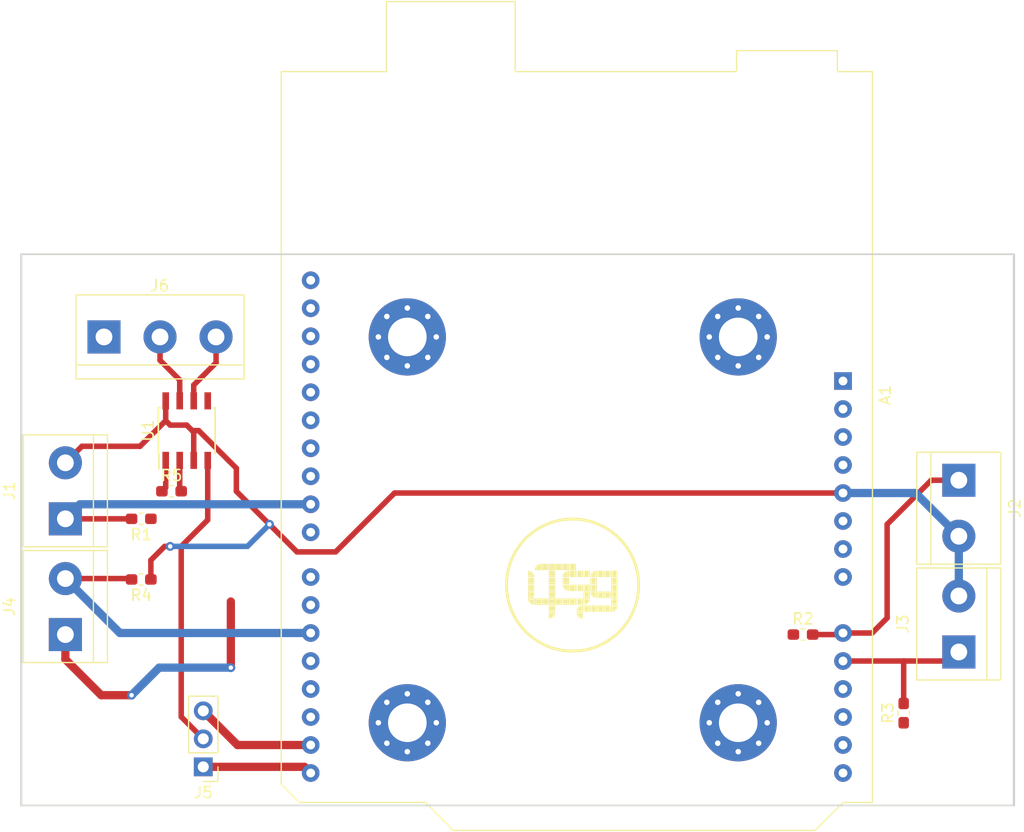
<source format=kicad_pcb>
(kicad_pcb (version 20171130) (host pcbnew 5.0.2-bee76a0~70~ubuntu18.04.1)

  (general
    (thickness 1.6)
    (drawings 4)
    (tracks 73)
    (zones 0)
    (modules 18)
    (nets 35)
  )

  (page A4)
  (layers
    (0 F.Cu signal)
    (31 B.Cu signal)
    (32 B.Adhes user)
    (33 F.Adhes user)
    (34 B.Paste user)
    (35 F.Paste user)
    (36 B.SilkS user)
    (37 F.SilkS user)
    (38 B.Mask user)
    (39 F.Mask user)
    (40 Dwgs.User user)
    (41 Cmts.User user)
    (42 Eco1.User user)
    (43 Eco2.User user)
    (44 Edge.Cuts user)
    (45 Margin user)
    (46 B.CrtYd user)
    (47 F.CrtYd user)
    (48 B.Fab user)
    (49 F.Fab user)
  )

  (setup
    (last_trace_width 0.75)
    (user_trace_width 0.25)
    (user_trace_width 0.5)
    (user_trace_width 0.75)
    (user_trace_width 1)
    (user_trace_width 1.5)
    (user_trace_width 2)
    (trace_clearance 0.2)
    (zone_clearance 0.508)
    (zone_45_only no)
    (trace_min 0.2)
    (segment_width 0.2)
    (edge_width 0.15)
    (via_size 0.8)
    (via_drill 0.4)
    (via_min_size 0.4)
    (via_min_drill 0.3)
    (uvia_size 0.3)
    (uvia_drill 0.1)
    (uvias_allowed no)
    (uvia_min_size 0.2)
    (uvia_min_drill 0.1)
    (pcb_text_width 0.3)
    (pcb_text_size 1.5 1.5)
    (mod_edge_width 0.15)
    (mod_text_size 1 1)
    (mod_text_width 0.15)
    (pad_size 1.524 1.524)
    (pad_drill 0.762)
    (pad_to_mask_clearance 0.051)
    (solder_mask_min_width 0.25)
    (aux_axis_origin 0 0)
    (visible_elements FFFFFF7F)
    (pcbplotparams
      (layerselection 0x010f0_ffffffff)
      (usegerberextensions false)
      (usegerberattributes false)
      (usegerberadvancedattributes false)
      (creategerberjobfile false)
      (excludeedgelayer true)
      (linewidth 0.100000)
      (plotframeref false)
      (viasonmask false)
      (mode 1)
      (useauxorigin false)
      (hpglpennumber 1)
      (hpglpenspeed 20)
      (hpglpendiameter 15.000000)
      (psnegative false)
      (psa4output false)
      (plotreference true)
      (plotvalue true)
      (plotinvisibletext false)
      (padsonsilk false)
      (subtractmaskfromsilk false)
      (outputformat 1)
      (mirror false)
      (drillshape 0)
      (scaleselection 1)
      (outputdirectory "plots/"))
  )

  (net 0 "")
  (net 1 "Net-(A1-Pad32)")
  (net 2 "Net-(A1-Pad31)")
  (net 3 "Net-(A1-Pad1)")
  (net 4 "Net-(A1-Pad17)")
  (net 5 "Net-(A1-Pad2)")
  (net 6 "Net-(A1-Pad18)")
  (net 7 "Net-(A1-Pad3)")
  (net 8 "Net-(A1-Pad19)")
  (net 9 "Net-(A1-Pad4)")
  (net 10 D5)
  (net 11 +5V)
  (net 12 "Net-(A1-Pad21)")
  (net 13 GND)
  (net 14 "Net-(A1-Pad22)")
  (net 15 "Net-(A1-Pad23)")
  (net 16 "Net-(A1-Pad8)")
  (net 17 D9)
  (net 18 A0)
  (net 19 "Net-(A1-Pad25)")
  (net 20 A1)
  (net 21 "Net-(A1-Pad26)")
  (net 22 "Net-(A1-Pad11)")
  (net 23 "Net-(A1-Pad27)")
  (net 24 "Net-(A1-Pad12)")
  (net 25 "Net-(A1-Pad28)")
  (net 26 "Net-(A1-Pad13)")
  (net 27 "Net-(A1-Pad14)")
  (net 28 "Net-(A1-Pad30)")
  (net 29 "Net-(A1-Pad15)")
  (net 30 "Net-(A1-Pad16)")
  (net 31 DmxOut)
  (net 32 "Net-(J6-Pad2)")
  (net 33 "Net-(J6-Pad3)")
  (net 34 "Net-(R5-Pad1)")

  (net_class Default "This is the default net class."
    (clearance 0.2)
    (trace_width 0.25)
    (via_dia 0.8)
    (via_drill 0.4)
    (uvia_dia 0.3)
    (uvia_drill 0.1)
    (add_net +5V)
    (add_net A0)
    (add_net A1)
    (add_net D5)
    (add_net D9)
    (add_net DmxOut)
    (add_net GND)
    (add_net "Net-(A1-Pad1)")
    (add_net "Net-(A1-Pad11)")
    (add_net "Net-(A1-Pad12)")
    (add_net "Net-(A1-Pad13)")
    (add_net "Net-(A1-Pad14)")
    (add_net "Net-(A1-Pad15)")
    (add_net "Net-(A1-Pad16)")
    (add_net "Net-(A1-Pad17)")
    (add_net "Net-(A1-Pad18)")
    (add_net "Net-(A1-Pad19)")
    (add_net "Net-(A1-Pad2)")
    (add_net "Net-(A1-Pad21)")
    (add_net "Net-(A1-Pad22)")
    (add_net "Net-(A1-Pad23)")
    (add_net "Net-(A1-Pad25)")
    (add_net "Net-(A1-Pad26)")
    (add_net "Net-(A1-Pad27)")
    (add_net "Net-(A1-Pad28)")
    (add_net "Net-(A1-Pad3)")
    (add_net "Net-(A1-Pad30)")
    (add_net "Net-(A1-Pad31)")
    (add_net "Net-(A1-Pad32)")
    (add_net "Net-(A1-Pad4)")
    (add_net "Net-(A1-Pad8)")
    (add_net "Net-(J6-Pad2)")
    (add_net "Net-(J6-Pad3)")
    (add_net "Net-(R5-Pad1)")
  )

  (module MountingHole:MountingHole_3.5mm_Pad_Via (layer F.Cu) (tedit 5CF95C7E) (tstamp 5D1049AC)
    (at 60 62.5)
    (descr "Mounting Hole 3.5mm")
    (tags "mounting hole 3.5mm")
    (attr virtual)
    (fp_text reference "" (at 0 -4.5) (layer F.SilkS)
      (effects (font (size 1 1) (thickness 0.15)))
    )
    (fp_text value MountingHole_3.5mm_Pad_Via (at 0 4.5) (layer F.Fab)
      (effects (font (size 1 1) (thickness 0.15)))
    )
    (fp_circle (center 0 0) (end 3.75 0) (layer F.CrtYd) (width 0.05))
    (fp_circle (center 0 0) (end 3.5 0) (layer Cmts.User) (width 0.15))
    (fp_text user %R (at 0.3 0) (layer F.Fab)
      (effects (font (size 1 1) (thickness 0.15)))
    )
    (pad 1 thru_hole circle (at 1.856155 -1.856155) (size 0.8 0.8) (drill 0.5) (layers *.Cu *.Mask))
    (pad 1 thru_hole circle (at 0 -2.625) (size 0.8 0.8) (drill 0.5) (layers *.Cu *.Mask))
    (pad 1 thru_hole circle (at -1.856155 -1.856155) (size 0.8 0.8) (drill 0.5) (layers *.Cu *.Mask))
    (pad 1 thru_hole circle (at -2.625 0) (size 0.8 0.8) (drill 0.5) (layers *.Cu *.Mask))
    (pad 1 thru_hole circle (at -1.856155 1.856155) (size 0.8 0.8) (drill 0.5) (layers *.Cu *.Mask))
    (pad 1 thru_hole circle (at 0 2.625) (size 0.8 0.8) (drill 0.5) (layers *.Cu *.Mask))
    (pad 1 thru_hole circle (at 1.856155 1.856155) (size 0.8 0.8) (drill 0.5) (layers *.Cu *.Mask))
    (pad 1 thru_hole circle (at 2.625 0) (size 0.8 0.8) (drill 0.5) (layers *.Cu *.Mask))
    (pad 1 thru_hole circle (at 0 0) (size 7 7) (drill 3.5) (layers *.Cu *.Mask))
  )

  (module Module:Arduino_UNO_R3 (layer F.Cu) (tedit 58AB60FC) (tstamp 5D10578F)
    (at 99.5 31.5 270)
    (descr "Arduino UNO R3, http://www.mouser.com/pdfdocs/Gravitech_Arduino_Nano3_0.pdf")
    (tags "Arduino UNO R3")
    (path /5CF94338)
    (fp_text reference A1 (at 1.27 -3.81 90) (layer F.SilkS)
      (effects (font (size 1 1) (thickness 0.15)))
    )
    (fp_text value Arduino_UNO_R3 (at 0 22.86 270) (layer F.Fab)
      (effects (font (size 1 1) (thickness 0.15)))
    )
    (fp_text user %R (at 0 20.32 90) (layer F.Fab)
      (effects (font (size 1 1) (thickness 0.15)))
    )
    (fp_line (start 38.35 -2.79) (end 38.35 0) (layer F.CrtYd) (width 0.05))
    (fp_line (start 38.35 0) (end 40.89 2.54) (layer F.CrtYd) (width 0.05))
    (fp_line (start 40.89 2.54) (end 40.89 35.31) (layer F.CrtYd) (width 0.05))
    (fp_line (start 40.89 35.31) (end 38.35 37.85) (layer F.CrtYd) (width 0.05))
    (fp_line (start 38.35 37.85) (end 38.35 49.28) (layer F.CrtYd) (width 0.05))
    (fp_line (start 38.35 49.28) (end 36.58 51.05) (layer F.CrtYd) (width 0.05))
    (fp_line (start 36.58 51.05) (end -28.19 51.05) (layer F.CrtYd) (width 0.05))
    (fp_line (start -28.19 51.05) (end -28.19 41.53) (layer F.CrtYd) (width 0.05))
    (fp_line (start -28.19 41.53) (end -34.54 41.53) (layer F.CrtYd) (width 0.05))
    (fp_line (start -34.54 41.53) (end -34.54 29.59) (layer F.CrtYd) (width 0.05))
    (fp_line (start -34.54 29.59) (end -28.19 29.59) (layer F.CrtYd) (width 0.05))
    (fp_line (start -28.19 29.59) (end -28.19 9.78) (layer F.CrtYd) (width 0.05))
    (fp_line (start -28.19 9.78) (end -30.1 9.78) (layer F.CrtYd) (width 0.05))
    (fp_line (start -30.1 9.78) (end -30.1 0.38) (layer F.CrtYd) (width 0.05))
    (fp_line (start -30.1 0.38) (end -28.19 0.38) (layer F.CrtYd) (width 0.05))
    (fp_line (start -28.19 0.38) (end -28.19 -2.79) (layer F.CrtYd) (width 0.05))
    (fp_line (start -28.19 -2.79) (end 38.35 -2.79) (layer F.CrtYd) (width 0.05))
    (fp_line (start 40.77 35.31) (end 40.77 2.54) (layer F.SilkS) (width 0.12))
    (fp_line (start 40.77 2.54) (end 38.23 0) (layer F.SilkS) (width 0.12))
    (fp_line (start 38.23 0) (end 38.23 -2.67) (layer F.SilkS) (width 0.12))
    (fp_line (start 38.23 -2.67) (end -28.07 -2.67) (layer F.SilkS) (width 0.12))
    (fp_line (start -28.07 -2.67) (end -28.07 0.51) (layer F.SilkS) (width 0.12))
    (fp_line (start -28.07 0.51) (end -29.97 0.51) (layer F.SilkS) (width 0.12))
    (fp_line (start -29.97 0.51) (end -29.97 9.65) (layer F.SilkS) (width 0.12))
    (fp_line (start -29.97 9.65) (end -28.07 9.65) (layer F.SilkS) (width 0.12))
    (fp_line (start -28.07 9.65) (end -28.07 29.72) (layer F.SilkS) (width 0.12))
    (fp_line (start -28.07 29.72) (end -34.42 29.72) (layer F.SilkS) (width 0.12))
    (fp_line (start -34.42 29.72) (end -34.42 41.4) (layer F.SilkS) (width 0.12))
    (fp_line (start -34.42 41.4) (end -28.07 41.4) (layer F.SilkS) (width 0.12))
    (fp_line (start -28.07 41.4) (end -28.07 50.93) (layer F.SilkS) (width 0.12))
    (fp_line (start -28.07 50.93) (end 36.58 50.93) (layer F.SilkS) (width 0.12))
    (fp_line (start 36.58 50.93) (end 38.23 49.28) (layer F.SilkS) (width 0.12))
    (fp_line (start 38.23 49.28) (end 38.23 37.85) (layer F.SilkS) (width 0.12))
    (fp_line (start 38.23 37.85) (end 40.77 35.31) (layer F.SilkS) (width 0.12))
    (fp_line (start -34.29 29.84) (end -18.41 29.84) (layer F.Fab) (width 0.1))
    (fp_line (start -18.41 29.84) (end -18.41 41.27) (layer F.Fab) (width 0.1))
    (fp_line (start -18.41 41.27) (end -34.29 41.27) (layer F.Fab) (width 0.1))
    (fp_line (start -34.29 41.27) (end -34.29 29.84) (layer F.Fab) (width 0.1))
    (fp_line (start -29.84 0.64) (end -16.51 0.64) (layer F.Fab) (width 0.1))
    (fp_line (start -16.51 0.64) (end -16.51 9.53) (layer F.Fab) (width 0.1))
    (fp_line (start -16.51 9.53) (end -29.84 9.53) (layer F.Fab) (width 0.1))
    (fp_line (start -29.84 9.53) (end -29.84 0.64) (layer F.Fab) (width 0.1))
    (fp_line (start 38.1 37.85) (end 38.1 49.28) (layer F.Fab) (width 0.1))
    (fp_line (start 40.64 2.54) (end 40.64 35.31) (layer F.Fab) (width 0.1))
    (fp_line (start 40.64 35.31) (end 38.1 37.85) (layer F.Fab) (width 0.1))
    (fp_line (start 38.1 -2.54) (end 38.1 0) (layer F.Fab) (width 0.1))
    (fp_line (start 38.1 0) (end 40.64 2.54) (layer F.Fab) (width 0.1))
    (fp_line (start 38.1 49.28) (end 36.58 50.8) (layer F.Fab) (width 0.1))
    (fp_line (start 36.58 50.8) (end -27.94 50.8) (layer F.Fab) (width 0.1))
    (fp_line (start -27.94 50.8) (end -27.94 -2.54) (layer F.Fab) (width 0.1))
    (fp_line (start -27.94 -2.54) (end 38.1 -2.54) (layer F.Fab) (width 0.1))
    (pad 32 thru_hole oval (at -9.14 48.26) (size 1.6 1.6) (drill 0.8) (layers *.Cu *.Mask)
      (net 1 "Net-(A1-Pad32)"))
    (pad 31 thru_hole oval (at -6.6 48.26) (size 1.6 1.6) (drill 0.8) (layers *.Cu *.Mask)
      (net 2 "Net-(A1-Pad31)"))
    (pad 1 thru_hole rect (at 0 0) (size 1.6 1.6) (drill 0.8) (layers *.Cu *.Mask)
      (net 3 "Net-(A1-Pad1)"))
    (pad 17 thru_hole oval (at 30.48 48.26) (size 1.6 1.6) (drill 0.8) (layers *.Cu *.Mask)
      (net 4 "Net-(A1-Pad17)"))
    (pad 2 thru_hole oval (at 2.54 0) (size 1.6 1.6) (drill 0.8) (layers *.Cu *.Mask)
      (net 5 "Net-(A1-Pad2)"))
    (pad 18 thru_hole oval (at 27.94 48.26) (size 1.6 1.6) (drill 0.8) (layers *.Cu *.Mask)
      (net 6 "Net-(A1-Pad18)"))
    (pad 3 thru_hole oval (at 5.08 0) (size 1.6 1.6) (drill 0.8) (layers *.Cu *.Mask)
      (net 7 "Net-(A1-Pad3)"))
    (pad 19 thru_hole oval (at 25.4 48.26) (size 1.6 1.6) (drill 0.8) (layers *.Cu *.Mask)
      (net 8 "Net-(A1-Pad19)"))
    (pad 4 thru_hole oval (at 7.62 0) (size 1.6 1.6) (drill 0.8) (layers *.Cu *.Mask)
      (net 9 "Net-(A1-Pad4)"))
    (pad 20 thru_hole oval (at 22.86 48.26) (size 1.6 1.6) (drill 0.8) (layers *.Cu *.Mask)
      (net 10 D5))
    (pad 5 thru_hole oval (at 10.16 0) (size 1.6 1.6) (drill 0.8) (layers *.Cu *.Mask)
      (net 11 +5V))
    (pad 21 thru_hole oval (at 20.32 48.26) (size 1.6 1.6) (drill 0.8) (layers *.Cu *.Mask)
      (net 12 "Net-(A1-Pad21)"))
    (pad 6 thru_hole oval (at 12.7 0) (size 1.6 1.6) (drill 0.8) (layers *.Cu *.Mask)
      (net 13 GND))
    (pad 22 thru_hole oval (at 17.78 48.26) (size 1.6 1.6) (drill 0.8) (layers *.Cu *.Mask)
      (net 14 "Net-(A1-Pad22)"))
    (pad 7 thru_hole oval (at 15.24 0) (size 1.6 1.6) (drill 0.8) (layers *.Cu *.Mask)
      (net 13 GND))
    (pad 23 thru_hole oval (at 13.72 48.26) (size 1.6 1.6) (drill 0.8) (layers *.Cu *.Mask)
      (net 15 "Net-(A1-Pad23)"))
    (pad 8 thru_hole oval (at 17.78 0) (size 1.6 1.6) (drill 0.8) (layers *.Cu *.Mask)
      (net 16 "Net-(A1-Pad8)"))
    (pad 24 thru_hole oval (at 11.18 48.26) (size 1.6 1.6) (drill 0.8) (layers *.Cu *.Mask)
      (net 17 D9))
    (pad 9 thru_hole oval (at 22.86 0) (size 1.6 1.6) (drill 0.8) (layers *.Cu *.Mask)
      (net 18 A0))
    (pad 25 thru_hole oval (at 8.64 48.26) (size 1.6 1.6) (drill 0.8) (layers *.Cu *.Mask)
      (net 19 "Net-(A1-Pad25)"))
    (pad 10 thru_hole oval (at 25.4 0) (size 1.6 1.6) (drill 0.8) (layers *.Cu *.Mask)
      (net 20 A1))
    (pad 26 thru_hole oval (at 6.1 48.26) (size 1.6 1.6) (drill 0.8) (layers *.Cu *.Mask)
      (net 21 "Net-(A1-Pad26)"))
    (pad 11 thru_hole oval (at 27.94 0) (size 1.6 1.6) (drill 0.8) (layers *.Cu *.Mask)
      (net 22 "Net-(A1-Pad11)"))
    (pad 27 thru_hole oval (at 3.56 48.26) (size 1.6 1.6) (drill 0.8) (layers *.Cu *.Mask)
      (net 23 "Net-(A1-Pad27)"))
    (pad 12 thru_hole oval (at 30.48 0) (size 1.6 1.6) (drill 0.8) (layers *.Cu *.Mask)
      (net 24 "Net-(A1-Pad12)"))
    (pad 28 thru_hole oval (at 1.02 48.26) (size 1.6 1.6) (drill 0.8) (layers *.Cu *.Mask)
      (net 25 "Net-(A1-Pad28)"))
    (pad 13 thru_hole oval (at 33.02 0) (size 1.6 1.6) (drill 0.8) (layers *.Cu *.Mask)
      (net 26 "Net-(A1-Pad13)"))
    (pad 29 thru_hole oval (at -1.52 48.26) (size 1.6 1.6) (drill 0.8) (layers *.Cu *.Mask)
      (net 13 GND))
    (pad 14 thru_hole oval (at 35.56 0) (size 1.6 1.6) (drill 0.8) (layers *.Cu *.Mask)
      (net 27 "Net-(A1-Pad14)"))
    (pad 30 thru_hole oval (at -4.06 48.26) (size 1.6 1.6) (drill 0.8) (layers *.Cu *.Mask)
      (net 28 "Net-(A1-Pad30)"))
    (pad 15 thru_hole oval (at 35.56 48.26) (size 1.6 1.6) (drill 0.8) (layers *.Cu *.Mask)
      (net 29 "Net-(A1-Pad15)"))
    (pad 16 thru_hole oval (at 33.02 48.26) (size 1.6 1.6) (drill 0.8) (layers *.Cu *.Mask)
      (net 30 "Net-(A1-Pad16)"))
    (model ${KISYS3DMOD}/Module.3dshapes/Arduino_UNO_R3.wrl
      (at (xyz 0 0 0))
      (scale (xyz 1 1 1))
      (rotate (xyz 0 0 0))
    )
  )

  (module TerminalBlock:TerminalBlock_bornier-2_P5.08mm (layer F.Cu) (tedit 59FF03AB) (tstamp 5D05BCB1)
    (at 29 44 90)
    (descr "simple 2-pin terminal block, pitch 5.08mm, revamped version of bornier2")
    (tags "terminal block bornier2")
    (path /5CF976F0)
    (fp_text reference J1 (at 2.54 -5.08 90) (layer F.SilkS)
      (effects (font (size 1 1) (thickness 0.15)))
    )
    (fp_text value Screw_Terminal_01x02 (at 2.54 5.08 90) (layer F.Fab)
      (effects (font (size 1 1) (thickness 0.15)))
    )
    (fp_text user %R (at 2.54 0 90) (layer F.Fab)
      (effects (font (size 1 1) (thickness 0.15)))
    )
    (fp_line (start -2.41 2.55) (end 7.49 2.55) (layer F.Fab) (width 0.1))
    (fp_line (start -2.46 -3.75) (end -2.46 3.75) (layer F.Fab) (width 0.1))
    (fp_line (start -2.46 3.75) (end 7.54 3.75) (layer F.Fab) (width 0.1))
    (fp_line (start 7.54 3.75) (end 7.54 -3.75) (layer F.Fab) (width 0.1))
    (fp_line (start 7.54 -3.75) (end -2.46 -3.75) (layer F.Fab) (width 0.1))
    (fp_line (start 7.62 2.54) (end -2.54 2.54) (layer F.SilkS) (width 0.12))
    (fp_line (start 7.62 3.81) (end 7.62 -3.81) (layer F.SilkS) (width 0.12))
    (fp_line (start 7.62 -3.81) (end -2.54 -3.81) (layer F.SilkS) (width 0.12))
    (fp_line (start -2.54 -3.81) (end -2.54 3.81) (layer F.SilkS) (width 0.12))
    (fp_line (start -2.54 3.81) (end 7.62 3.81) (layer F.SilkS) (width 0.12))
    (fp_line (start -2.71 -4) (end 7.79 -4) (layer F.CrtYd) (width 0.05))
    (fp_line (start -2.71 -4) (end -2.71 4) (layer F.CrtYd) (width 0.05))
    (fp_line (start 7.79 4) (end 7.79 -4) (layer F.CrtYd) (width 0.05))
    (fp_line (start 7.79 4) (end -2.71 4) (layer F.CrtYd) (width 0.05))
    (pad 1 thru_hole rect (at 0 0 90) (size 3 3) (drill 1.52) (layers *.Cu *.Mask)
      (net 17 D9))
    (pad 2 thru_hole circle (at 5.08 0 90) (size 3 3) (drill 1.52) (layers *.Cu *.Mask)
      (net 11 +5V))
    (model ${KISYS3DMOD}/TerminalBlock.3dshapes/TerminalBlock_bornier-2_P5.08mm.wrl
      (offset (xyz 2.539999961853027 0 0))
      (scale (xyz 1 1 1))
      (rotate (xyz 0 0 0))
    )
  )

  (module TerminalBlock:TerminalBlock_bornier-2_P5.08mm (layer F.Cu) (tedit 59FF03AB) (tstamp 5D05BCC6)
    (at 110 40.5 270)
    (descr "simple 2-pin terminal block, pitch 5.08mm, revamped version of bornier2")
    (tags "terminal block bornier2")
    (path /5CF992D2)
    (fp_text reference J2 (at 2.54 -5.08 270) (layer F.SilkS)
      (effects (font (size 1 1) (thickness 0.15)))
    )
    (fp_text value Screw_Terminal_01x02 (at 2.54 5.08 270) (layer F.Fab)
      (effects (font (size 1 1) (thickness 0.15)))
    )
    (fp_line (start 7.79 4) (end -2.71 4) (layer F.CrtYd) (width 0.05))
    (fp_line (start 7.79 4) (end 7.79 -4) (layer F.CrtYd) (width 0.05))
    (fp_line (start -2.71 -4) (end -2.71 4) (layer F.CrtYd) (width 0.05))
    (fp_line (start -2.71 -4) (end 7.79 -4) (layer F.CrtYd) (width 0.05))
    (fp_line (start -2.54 3.81) (end 7.62 3.81) (layer F.SilkS) (width 0.12))
    (fp_line (start -2.54 -3.81) (end -2.54 3.81) (layer F.SilkS) (width 0.12))
    (fp_line (start 7.62 -3.81) (end -2.54 -3.81) (layer F.SilkS) (width 0.12))
    (fp_line (start 7.62 3.81) (end 7.62 -3.81) (layer F.SilkS) (width 0.12))
    (fp_line (start 7.62 2.54) (end -2.54 2.54) (layer F.SilkS) (width 0.12))
    (fp_line (start 7.54 -3.75) (end -2.46 -3.75) (layer F.Fab) (width 0.1))
    (fp_line (start 7.54 3.75) (end 7.54 -3.75) (layer F.Fab) (width 0.1))
    (fp_line (start -2.46 3.75) (end 7.54 3.75) (layer F.Fab) (width 0.1))
    (fp_line (start -2.46 -3.75) (end -2.46 3.75) (layer F.Fab) (width 0.1))
    (fp_line (start -2.41 2.55) (end 7.49 2.55) (layer F.Fab) (width 0.1))
    (fp_text user %R (at 2.54 0 270) (layer F.Fab)
      (effects (font (size 1 1) (thickness 0.15)))
    )
    (pad 2 thru_hole circle (at 5.08 0 270) (size 3 3) (drill 1.52) (layers *.Cu *.Mask)
      (net 11 +5V))
    (pad 1 thru_hole rect (at 0 0 270) (size 3 3) (drill 1.52) (layers *.Cu *.Mask)
      (net 18 A0))
    (model ${KISYS3DMOD}/TerminalBlock.3dshapes/TerminalBlock_bornier-2_P5.08mm.wrl
      (offset (xyz 2.539999961853027 0 0))
      (scale (xyz 1 1 1))
      (rotate (xyz 0 0 0))
    )
  )

  (module TerminalBlock:TerminalBlock_bornier-2_P5.08mm (layer F.Cu) (tedit 59FF03AB) (tstamp 5D05BCDB)
    (at 110 56.08 90)
    (descr "simple 2-pin terminal block, pitch 5.08mm, revamped version of bornier2")
    (tags "terminal block bornier2")
    (path /5CF9ACA1)
    (fp_text reference J3 (at 2.54 -5.08 90) (layer F.SilkS)
      (effects (font (size 1 1) (thickness 0.15)))
    )
    (fp_text value Screw_Terminal_01x02 (at 2.54 5.08 90) (layer F.Fab)
      (effects (font (size 1 1) (thickness 0.15)))
    )
    (fp_text user %R (at 2.54 0 90) (layer F.Fab)
      (effects (font (size 1 1) (thickness 0.15)))
    )
    (fp_line (start -2.41 2.55) (end 7.49 2.55) (layer F.Fab) (width 0.1))
    (fp_line (start -2.46 -3.75) (end -2.46 3.75) (layer F.Fab) (width 0.1))
    (fp_line (start -2.46 3.75) (end 7.54 3.75) (layer F.Fab) (width 0.1))
    (fp_line (start 7.54 3.75) (end 7.54 -3.75) (layer F.Fab) (width 0.1))
    (fp_line (start 7.54 -3.75) (end -2.46 -3.75) (layer F.Fab) (width 0.1))
    (fp_line (start 7.62 2.54) (end -2.54 2.54) (layer F.SilkS) (width 0.12))
    (fp_line (start 7.62 3.81) (end 7.62 -3.81) (layer F.SilkS) (width 0.12))
    (fp_line (start 7.62 -3.81) (end -2.54 -3.81) (layer F.SilkS) (width 0.12))
    (fp_line (start -2.54 -3.81) (end -2.54 3.81) (layer F.SilkS) (width 0.12))
    (fp_line (start -2.54 3.81) (end 7.62 3.81) (layer F.SilkS) (width 0.12))
    (fp_line (start -2.71 -4) (end 7.79 -4) (layer F.CrtYd) (width 0.05))
    (fp_line (start -2.71 -4) (end -2.71 4) (layer F.CrtYd) (width 0.05))
    (fp_line (start 7.79 4) (end 7.79 -4) (layer F.CrtYd) (width 0.05))
    (fp_line (start 7.79 4) (end -2.71 4) (layer F.CrtYd) (width 0.05))
    (pad 1 thru_hole rect (at 0 0 90) (size 3 3) (drill 1.52) (layers *.Cu *.Mask)
      (net 20 A1))
    (pad 2 thru_hole circle (at 5.08 0 90) (size 3 3) (drill 1.52) (layers *.Cu *.Mask)
      (net 11 +5V))
    (model ${KISYS3DMOD}/TerminalBlock.3dshapes/TerminalBlock_bornier-2_P5.08mm.wrl
      (offset (xyz 2.539999961853027 0 0))
      (scale (xyz 1 1 1))
      (rotate (xyz 0 0 0))
    )
  )

  (module TerminalBlock:TerminalBlock_bornier-2_P5.08mm (layer F.Cu) (tedit 59FF03AB) (tstamp 5D05BCF0)
    (at 29 54.5 90)
    (descr "simple 2-pin terminal block, pitch 5.08mm, revamped version of bornier2")
    (tags "terminal block bornier2")
    (path /5CF9ACBF)
    (fp_text reference J4 (at 2.54 -5.08 90) (layer F.SilkS)
      (effects (font (size 1 1) (thickness 0.15)))
    )
    (fp_text value Screw_Terminal_01x02 (at 2.54 5.08 90) (layer F.Fab)
      (effects (font (size 1 1) (thickness 0.15)))
    )
    (fp_line (start 7.79 4) (end -2.71 4) (layer F.CrtYd) (width 0.05))
    (fp_line (start 7.79 4) (end 7.79 -4) (layer F.CrtYd) (width 0.05))
    (fp_line (start -2.71 -4) (end -2.71 4) (layer F.CrtYd) (width 0.05))
    (fp_line (start -2.71 -4) (end 7.79 -4) (layer F.CrtYd) (width 0.05))
    (fp_line (start -2.54 3.81) (end 7.62 3.81) (layer F.SilkS) (width 0.12))
    (fp_line (start -2.54 -3.81) (end -2.54 3.81) (layer F.SilkS) (width 0.12))
    (fp_line (start 7.62 -3.81) (end -2.54 -3.81) (layer F.SilkS) (width 0.12))
    (fp_line (start 7.62 3.81) (end 7.62 -3.81) (layer F.SilkS) (width 0.12))
    (fp_line (start 7.62 2.54) (end -2.54 2.54) (layer F.SilkS) (width 0.12))
    (fp_line (start 7.54 -3.75) (end -2.46 -3.75) (layer F.Fab) (width 0.1))
    (fp_line (start 7.54 3.75) (end 7.54 -3.75) (layer F.Fab) (width 0.1))
    (fp_line (start -2.46 3.75) (end 7.54 3.75) (layer F.Fab) (width 0.1))
    (fp_line (start -2.46 -3.75) (end -2.46 3.75) (layer F.Fab) (width 0.1))
    (fp_line (start -2.41 2.55) (end 7.49 2.55) (layer F.Fab) (width 0.1))
    (fp_text user %R (at 2.54 0 90) (layer F.Fab)
      (effects (font (size 1 1) (thickness 0.15)))
    )
    (pad 2 thru_hole circle (at 5.08 0 90) (size 3 3) (drill 1.52) (layers *.Cu *.Mask)
      (net 10 D5))
    (pad 1 thru_hole rect (at 0 0 90) (size 3 3) (drill 1.52) (layers *.Cu *.Mask)
      (net 13 GND))
    (model ${KISYS3DMOD}/TerminalBlock.3dshapes/TerminalBlock_bornier-2_P5.08mm.wrl
      (offset (xyz 2.539999961853027 0 0))
      (scale (xyz 1 1 1))
      (rotate (xyz 0 0 0))
    )
  )

  (module Connector_PinHeader_2.54mm:PinHeader_1x03_P2.54mm_Vertical (layer F.Cu) (tedit 59FED5CC) (tstamp 5D05BD07)
    (at 41.5 66.5 180)
    (descr "Through hole straight pin header, 1x03, 2.54mm pitch, single row")
    (tags "Through hole pin header THT 1x03 2.54mm single row")
    (path /5CF960BE)
    (fp_text reference J5 (at 0 -2.33 180) (layer F.SilkS)
      (effects (font (size 1 1) (thickness 0.15)))
    )
    (fp_text value Conn_01x03_Male (at 0 7.41 180) (layer F.Fab)
      (effects (font (size 1 1) (thickness 0.15)))
    )
    (fp_line (start -0.635 -1.27) (end 1.27 -1.27) (layer F.Fab) (width 0.1))
    (fp_line (start 1.27 -1.27) (end 1.27 6.35) (layer F.Fab) (width 0.1))
    (fp_line (start 1.27 6.35) (end -1.27 6.35) (layer F.Fab) (width 0.1))
    (fp_line (start -1.27 6.35) (end -1.27 -0.635) (layer F.Fab) (width 0.1))
    (fp_line (start -1.27 -0.635) (end -0.635 -1.27) (layer F.Fab) (width 0.1))
    (fp_line (start -1.33 6.41) (end 1.33 6.41) (layer F.SilkS) (width 0.12))
    (fp_line (start -1.33 1.27) (end -1.33 6.41) (layer F.SilkS) (width 0.12))
    (fp_line (start 1.33 1.27) (end 1.33 6.41) (layer F.SilkS) (width 0.12))
    (fp_line (start -1.33 1.27) (end 1.33 1.27) (layer F.SilkS) (width 0.12))
    (fp_line (start -1.33 0) (end -1.33 -1.33) (layer F.SilkS) (width 0.12))
    (fp_line (start -1.33 -1.33) (end 0 -1.33) (layer F.SilkS) (width 0.12))
    (fp_line (start -1.8 -1.8) (end -1.8 6.85) (layer F.CrtYd) (width 0.05))
    (fp_line (start -1.8 6.85) (end 1.8 6.85) (layer F.CrtYd) (width 0.05))
    (fp_line (start 1.8 6.85) (end 1.8 -1.8) (layer F.CrtYd) (width 0.05))
    (fp_line (start 1.8 -1.8) (end -1.8 -1.8) (layer F.CrtYd) (width 0.05))
    (fp_text user %R (at 0 2.54 270) (layer F.Fab)
      (effects (font (size 1 1) (thickness 0.15)))
    )
    (pad 1 thru_hole rect (at 0 0 180) (size 1.7 1.7) (drill 1) (layers *.Cu *.Mask)
      (net 29 "Net-(A1-Pad15)"))
    (pad 2 thru_hole oval (at 0 2.54 180) (size 1.7 1.7) (drill 1) (layers *.Cu *.Mask)
      (net 31 DmxOut))
    (pad 3 thru_hole oval (at 0 5.08 180) (size 1.7 1.7) (drill 1) (layers *.Cu *.Mask)
      (net 30 "Net-(A1-Pad16)"))
    (model ${KISYS3DMOD}/Connector_PinHeader_2.54mm.3dshapes/PinHeader_1x03_P2.54mm_Vertical.wrl
      (at (xyz 0 0 0))
      (scale (xyz 1 1 1))
      (rotate (xyz 0 0 0))
    )
  )

  (module TerminalBlock:TerminalBlock_bornier-3_P5.08mm (layer F.Cu) (tedit 59FF03B9) (tstamp 5D05BD1D)
    (at 32.5 27.5)
    (descr "simple 3-pin terminal block, pitch 5.08mm, revamped version of bornier3")
    (tags "terminal block bornier3")
    (path /5CF9454E)
    (fp_text reference J6 (at 5.05 -4.65) (layer F.SilkS)
      (effects (font (size 1 1) (thickness 0.15)))
    )
    (fp_text value Screw_Terminal_01x03 (at 5.08 5.08) (layer F.Fab)
      (effects (font (size 1 1) (thickness 0.15)))
    )
    (fp_text user %R (at 5.08 0) (layer F.Fab)
      (effects (font (size 1 1) (thickness 0.15)))
    )
    (fp_line (start -2.47 2.55) (end 12.63 2.55) (layer F.Fab) (width 0.1))
    (fp_line (start -2.47 -3.75) (end 12.63 -3.75) (layer F.Fab) (width 0.1))
    (fp_line (start 12.63 -3.75) (end 12.63 3.75) (layer F.Fab) (width 0.1))
    (fp_line (start 12.63 3.75) (end -2.47 3.75) (layer F.Fab) (width 0.1))
    (fp_line (start -2.47 3.75) (end -2.47 -3.75) (layer F.Fab) (width 0.1))
    (fp_line (start -2.54 3.81) (end -2.54 -3.81) (layer F.SilkS) (width 0.12))
    (fp_line (start 12.7 3.81) (end 12.7 -3.81) (layer F.SilkS) (width 0.12))
    (fp_line (start -2.54 2.54) (end 12.7 2.54) (layer F.SilkS) (width 0.12))
    (fp_line (start -2.54 -3.81) (end 12.7 -3.81) (layer F.SilkS) (width 0.12))
    (fp_line (start -2.54 3.81) (end 12.7 3.81) (layer F.SilkS) (width 0.12))
    (fp_line (start -2.72 -4) (end 12.88 -4) (layer F.CrtYd) (width 0.05))
    (fp_line (start -2.72 -4) (end -2.72 4) (layer F.CrtYd) (width 0.05))
    (fp_line (start 12.88 4) (end 12.88 -4) (layer F.CrtYd) (width 0.05))
    (fp_line (start 12.88 4) (end -2.72 4) (layer F.CrtYd) (width 0.05))
    (pad 1 thru_hole rect (at 0 0) (size 3 3) (drill 1.52) (layers *.Cu *.Mask)
      (net 13 GND))
    (pad 2 thru_hole circle (at 5.08 0) (size 3 3) (drill 1.52) (layers *.Cu *.Mask)
      (net 32 "Net-(J6-Pad2)"))
    (pad 3 thru_hole circle (at 10.16 0) (size 3 3) (drill 1.52) (layers *.Cu *.Mask)
      (net 33 "Net-(J6-Pad3)"))
    (model ${KISYS3DMOD}/TerminalBlock.3dshapes/TerminalBlock_bornier-3_P5.08mm.wrl
      (offset (xyz 5.079999923706055 0 0))
      (scale (xyz 1 1 1))
      (rotate (xyz 0 0 0))
    )
  )

  (module Resistor_SMD:R_0603_1608Metric_Pad1.05x0.95mm_HandSolder (layer F.Cu) (tedit 5B301BBD) (tstamp 5D05BD2E)
    (at 35.875 44 180)
    (descr "Resistor SMD 0603 (1608 Metric), square (rectangular) end terminal, IPC_7351 nominal with elongated pad for handsoldering. (Body size source: http://www.tortai-tech.com/upload/download/2011102023233369053.pdf), generated with kicad-footprint-generator")
    (tags "resistor handsolder")
    (path /5CF982F0)
    (attr smd)
    (fp_text reference R1 (at 0 -1.43 180) (layer F.SilkS)
      (effects (font (size 1 1) (thickness 0.15)))
    )
    (fp_text value 10K (at 0 1.43 180) (layer F.Fab)
      (effects (font (size 1 1) (thickness 0.15)))
    )
    (fp_text user %R (at 0 0 180) (layer F.Fab)
      (effects (font (size 0.4 0.4) (thickness 0.06)))
    )
    (fp_line (start 1.65 0.73) (end -1.65 0.73) (layer F.CrtYd) (width 0.05))
    (fp_line (start 1.65 -0.73) (end 1.65 0.73) (layer F.CrtYd) (width 0.05))
    (fp_line (start -1.65 -0.73) (end 1.65 -0.73) (layer F.CrtYd) (width 0.05))
    (fp_line (start -1.65 0.73) (end -1.65 -0.73) (layer F.CrtYd) (width 0.05))
    (fp_line (start -0.171267 0.51) (end 0.171267 0.51) (layer F.SilkS) (width 0.12))
    (fp_line (start -0.171267 -0.51) (end 0.171267 -0.51) (layer F.SilkS) (width 0.12))
    (fp_line (start 0.8 0.4) (end -0.8 0.4) (layer F.Fab) (width 0.1))
    (fp_line (start 0.8 -0.4) (end 0.8 0.4) (layer F.Fab) (width 0.1))
    (fp_line (start -0.8 -0.4) (end 0.8 -0.4) (layer F.Fab) (width 0.1))
    (fp_line (start -0.8 0.4) (end -0.8 -0.4) (layer F.Fab) (width 0.1))
    (pad 2 smd roundrect (at 0.875 0 180) (size 1.05 0.95) (layers F.Cu F.Paste F.Mask) (roundrect_rratio 0.25)
      (net 17 D9))
    (pad 1 smd roundrect (at -0.875 0 180) (size 1.05 0.95) (layers F.Cu F.Paste F.Mask) (roundrect_rratio 0.25)
      (net 13 GND))
    (model ${KISYS3DMOD}/Resistor_SMD.3dshapes/R_0603_1608Metric.wrl
      (at (xyz 0 0 0))
      (scale (xyz 1 1 1))
      (rotate (xyz 0 0 0))
    )
  )

  (module Resistor_SMD:R_0603_1608Metric_Pad1.05x0.95mm_HandSolder (layer F.Cu) (tedit 5B301BBD) (tstamp 5D05BD3F)
    (at 95.875 54.5)
    (descr "Resistor SMD 0603 (1608 Metric), square (rectangular) end terminal, IPC_7351 nominal with elongated pad for handsoldering. (Body size source: http://www.tortai-tech.com/upload/download/2011102023233369053.pdf), generated with kicad-footprint-generator")
    (tags "resistor handsolder")
    (path /5CF992E1)
    (attr smd)
    (fp_text reference R2 (at 0 -1.43) (layer F.SilkS)
      (effects (font (size 1 1) (thickness 0.15)))
    )
    (fp_text value 10K (at 0 1.43) (layer F.Fab)
      (effects (font (size 1 1) (thickness 0.15)))
    )
    (fp_line (start -0.8 0.4) (end -0.8 -0.4) (layer F.Fab) (width 0.1))
    (fp_line (start -0.8 -0.4) (end 0.8 -0.4) (layer F.Fab) (width 0.1))
    (fp_line (start 0.8 -0.4) (end 0.8 0.4) (layer F.Fab) (width 0.1))
    (fp_line (start 0.8 0.4) (end -0.8 0.4) (layer F.Fab) (width 0.1))
    (fp_line (start -0.171267 -0.51) (end 0.171267 -0.51) (layer F.SilkS) (width 0.12))
    (fp_line (start -0.171267 0.51) (end 0.171267 0.51) (layer F.SilkS) (width 0.12))
    (fp_line (start -1.65 0.73) (end -1.65 -0.73) (layer F.CrtYd) (width 0.05))
    (fp_line (start -1.65 -0.73) (end 1.65 -0.73) (layer F.CrtYd) (width 0.05))
    (fp_line (start 1.65 -0.73) (end 1.65 0.73) (layer F.CrtYd) (width 0.05))
    (fp_line (start 1.65 0.73) (end -1.65 0.73) (layer F.CrtYd) (width 0.05))
    (fp_text user %R (at 0 0) (layer F.Fab)
      (effects (font (size 0.4 0.4) (thickness 0.06)))
    )
    (pad 1 smd roundrect (at -0.875 0) (size 1.05 0.95) (layers F.Cu F.Paste F.Mask) (roundrect_rratio 0.25)
      (net 13 GND))
    (pad 2 smd roundrect (at 0.875 0) (size 1.05 0.95) (layers F.Cu F.Paste F.Mask) (roundrect_rratio 0.25)
      (net 18 A0))
    (model ${KISYS3DMOD}/Resistor_SMD.3dshapes/R_0603_1608Metric.wrl
      (at (xyz 0 0 0))
      (scale (xyz 1 1 1))
      (rotate (xyz 0 0 0))
    )
  )

  (module Resistor_SMD:R_0603_1608Metric_Pad1.05x0.95mm_HandSolder (layer F.Cu) (tedit 5B301BBD) (tstamp 5D05BD50)
    (at 105 61.625 90)
    (descr "Resistor SMD 0603 (1608 Metric), square (rectangular) end terminal, IPC_7351 nominal with elongated pad for handsoldering. (Body size source: http://www.tortai-tech.com/upload/download/2011102023233369053.pdf), generated with kicad-footprint-generator")
    (tags "resistor handsolder")
    (path /5CF9ACB0)
    (attr smd)
    (fp_text reference R3 (at 0 -1.43 90) (layer F.SilkS)
      (effects (font (size 1 1) (thickness 0.15)))
    )
    (fp_text value 10K (at 0 1.43 90) (layer F.Fab)
      (effects (font (size 1 1) (thickness 0.15)))
    )
    (fp_text user %R (at 0 0 90) (layer F.Fab)
      (effects (font (size 0.4 0.4) (thickness 0.06)))
    )
    (fp_line (start 1.65 0.73) (end -1.65 0.73) (layer F.CrtYd) (width 0.05))
    (fp_line (start 1.65 -0.73) (end 1.65 0.73) (layer F.CrtYd) (width 0.05))
    (fp_line (start -1.65 -0.73) (end 1.65 -0.73) (layer F.CrtYd) (width 0.05))
    (fp_line (start -1.65 0.73) (end -1.65 -0.73) (layer F.CrtYd) (width 0.05))
    (fp_line (start -0.171267 0.51) (end 0.171267 0.51) (layer F.SilkS) (width 0.12))
    (fp_line (start -0.171267 -0.51) (end 0.171267 -0.51) (layer F.SilkS) (width 0.12))
    (fp_line (start 0.8 0.4) (end -0.8 0.4) (layer F.Fab) (width 0.1))
    (fp_line (start 0.8 -0.4) (end 0.8 0.4) (layer F.Fab) (width 0.1))
    (fp_line (start -0.8 -0.4) (end 0.8 -0.4) (layer F.Fab) (width 0.1))
    (fp_line (start -0.8 0.4) (end -0.8 -0.4) (layer F.Fab) (width 0.1))
    (pad 2 smd roundrect (at 0.875 0 90) (size 1.05 0.95) (layers F.Cu F.Paste F.Mask) (roundrect_rratio 0.25)
      (net 20 A1))
    (pad 1 smd roundrect (at -0.875 0 90) (size 1.05 0.95) (layers F.Cu F.Paste F.Mask) (roundrect_rratio 0.25)
      (net 13 GND))
    (model ${KISYS3DMOD}/Resistor_SMD.3dshapes/R_0603_1608Metric.wrl
      (at (xyz 0 0 0))
      (scale (xyz 1 1 1))
      (rotate (xyz 0 0 0))
    )
  )

  (module Resistor_SMD:R_0603_1608Metric_Pad1.05x0.95mm_HandSolder (layer F.Cu) (tedit 5B301BBD) (tstamp 5D05BD61)
    (at 35.875 49.5 180)
    (descr "Resistor SMD 0603 (1608 Metric), square (rectangular) end terminal, IPC_7351 nominal with elongated pad for handsoldering. (Body size source: http://www.tortai-tech.com/upload/download/2011102023233369053.pdf), generated with kicad-footprint-generator")
    (tags "resistor handsolder")
    (path /5CF9ACCE)
    (attr smd)
    (fp_text reference R4 (at 0 -1.43 180) (layer F.SilkS)
      (effects (font (size 1 1) (thickness 0.15)))
    )
    (fp_text value 10K (at 0 1.43 180) (layer F.Fab)
      (effects (font (size 1 1) (thickness 0.15)))
    )
    (fp_line (start -0.8 0.4) (end -0.8 -0.4) (layer F.Fab) (width 0.1))
    (fp_line (start -0.8 -0.4) (end 0.8 -0.4) (layer F.Fab) (width 0.1))
    (fp_line (start 0.8 -0.4) (end 0.8 0.4) (layer F.Fab) (width 0.1))
    (fp_line (start 0.8 0.4) (end -0.8 0.4) (layer F.Fab) (width 0.1))
    (fp_line (start -0.171267 -0.51) (end 0.171267 -0.51) (layer F.SilkS) (width 0.12))
    (fp_line (start -0.171267 0.51) (end 0.171267 0.51) (layer F.SilkS) (width 0.12))
    (fp_line (start -1.65 0.73) (end -1.65 -0.73) (layer F.CrtYd) (width 0.05))
    (fp_line (start -1.65 -0.73) (end 1.65 -0.73) (layer F.CrtYd) (width 0.05))
    (fp_line (start 1.65 -0.73) (end 1.65 0.73) (layer F.CrtYd) (width 0.05))
    (fp_line (start 1.65 0.73) (end -1.65 0.73) (layer F.CrtYd) (width 0.05))
    (fp_text user %R (at 0 0 180) (layer F.Fab)
      (effects (font (size 0.4 0.4) (thickness 0.06)))
    )
    (pad 1 smd roundrect (at -0.875 0 180) (size 1.05 0.95) (layers F.Cu F.Paste F.Mask) (roundrect_rratio 0.25)
      (net 11 +5V))
    (pad 2 smd roundrect (at 0.875 0 180) (size 1.05 0.95) (layers F.Cu F.Paste F.Mask) (roundrect_rratio 0.25)
      (net 10 D5))
    (model ${KISYS3DMOD}/Resistor_SMD.3dshapes/R_0603_1608Metric.wrl
      (at (xyz 0 0 0))
      (scale (xyz 1 1 1))
      (rotate (xyz 0 0 0))
    )
  )

  (module Resistor_SMD:R_0603_1608Metric_Pad1.05x0.95mm_HandSolder (layer F.Cu) (tedit 5B301BBD) (tstamp 5D05BD72)
    (at 38.625 41.5)
    (descr "Resistor SMD 0603 (1608 Metric), square (rectangular) end terminal, IPC_7351 nominal with elongated pad for handsoldering. (Body size source: http://www.tortai-tech.com/upload/download/2011102023233369053.pdf), generated with kicad-footprint-generator")
    (tags "resistor handsolder")
    (path /5CF945B4)
    (attr smd)
    (fp_text reference R5 (at 0 -1.43) (layer F.SilkS)
      (effects (font (size 1 1) (thickness 0.15)))
    )
    (fp_text value 120R (at 0 1.43) (layer F.Fab)
      (effects (font (size 1 1) (thickness 0.15)))
    )
    (fp_line (start -0.8 0.4) (end -0.8 -0.4) (layer F.Fab) (width 0.1))
    (fp_line (start -0.8 -0.4) (end 0.8 -0.4) (layer F.Fab) (width 0.1))
    (fp_line (start 0.8 -0.4) (end 0.8 0.4) (layer F.Fab) (width 0.1))
    (fp_line (start 0.8 0.4) (end -0.8 0.4) (layer F.Fab) (width 0.1))
    (fp_line (start -0.171267 -0.51) (end 0.171267 -0.51) (layer F.SilkS) (width 0.12))
    (fp_line (start -0.171267 0.51) (end 0.171267 0.51) (layer F.SilkS) (width 0.12))
    (fp_line (start -1.65 0.73) (end -1.65 -0.73) (layer F.CrtYd) (width 0.05))
    (fp_line (start -1.65 -0.73) (end 1.65 -0.73) (layer F.CrtYd) (width 0.05))
    (fp_line (start 1.65 -0.73) (end 1.65 0.73) (layer F.CrtYd) (width 0.05))
    (fp_line (start 1.65 0.73) (end -1.65 0.73) (layer F.CrtYd) (width 0.05))
    (fp_text user %R (at 0 0) (layer F.Fab)
      (effects (font (size 0.4 0.4) (thickness 0.06)))
    )
    (pad 1 smd roundrect (at -0.875 0) (size 1.05 0.95) (layers F.Cu F.Paste F.Mask) (roundrect_rratio 0.25)
      (net 34 "Net-(R5-Pad1)"))
    (pad 2 smd roundrect (at 0.875 0) (size 1.05 0.95) (layers F.Cu F.Paste F.Mask) (roundrect_rratio 0.25)
      (net 13 GND))
    (model ${KISYS3DMOD}/Resistor_SMD.3dshapes/R_0603_1608Metric.wrl
      (at (xyz 0 0 0))
      (scale (xyz 1 1 1))
      (rotate (xyz 0 0 0))
    )
  )

  (module Package_SO:SOIC-8_3.9x4.9mm_P1.27mm (layer F.Cu) (tedit 5A02F2D3) (tstamp 5D05C7B8)
    (at 40 36 90)
    (descr "8-Lead Plastic Small Outline (SN) - Narrow, 3.90 mm Body [SOIC] (see Microchip Packaging Specification http://ww1.microchip.com/downloads/en/PackagingSpec/00000049BQ.pdf)")
    (tags "SOIC 1.27")
    (path /5CF94461)
    (attr smd)
    (fp_text reference U1 (at 0 -3.5 90) (layer F.SilkS)
      (effects (font (size 1 1) (thickness 0.15)))
    )
    (fp_text value MAX485E (at 0 3.5 90) (layer F.Fab)
      (effects (font (size 1 1) (thickness 0.15)))
    )
    (fp_text user %R (at 0 0 90) (layer F.Fab)
      (effects (font (size 1 1) (thickness 0.15)))
    )
    (fp_line (start -0.95 -2.45) (end 1.95 -2.45) (layer F.Fab) (width 0.1))
    (fp_line (start 1.95 -2.45) (end 1.95 2.45) (layer F.Fab) (width 0.1))
    (fp_line (start 1.95 2.45) (end -1.95 2.45) (layer F.Fab) (width 0.1))
    (fp_line (start -1.95 2.45) (end -1.95 -1.45) (layer F.Fab) (width 0.1))
    (fp_line (start -1.95 -1.45) (end -0.95 -2.45) (layer F.Fab) (width 0.1))
    (fp_line (start -3.73 -2.7) (end -3.73 2.7) (layer F.CrtYd) (width 0.05))
    (fp_line (start 3.73 -2.7) (end 3.73 2.7) (layer F.CrtYd) (width 0.05))
    (fp_line (start -3.73 -2.7) (end 3.73 -2.7) (layer F.CrtYd) (width 0.05))
    (fp_line (start -3.73 2.7) (end 3.73 2.7) (layer F.CrtYd) (width 0.05))
    (fp_line (start -2.075 -2.575) (end -2.075 -2.525) (layer F.SilkS) (width 0.15))
    (fp_line (start 2.075 -2.575) (end 2.075 -2.43) (layer F.SilkS) (width 0.15))
    (fp_line (start 2.075 2.575) (end 2.075 2.43) (layer F.SilkS) (width 0.15))
    (fp_line (start -2.075 2.575) (end -2.075 2.43) (layer F.SilkS) (width 0.15))
    (fp_line (start -2.075 -2.575) (end 2.075 -2.575) (layer F.SilkS) (width 0.15))
    (fp_line (start -2.075 2.575) (end 2.075 2.575) (layer F.SilkS) (width 0.15))
    (fp_line (start -2.075 -2.525) (end -3.475 -2.525) (layer F.SilkS) (width 0.15))
    (pad 1 smd rect (at -2.7 -1.905 90) (size 1.55 0.6) (layers F.Cu F.Paste F.Mask)
      (net 34 "Net-(R5-Pad1)"))
    (pad 2 smd rect (at -2.7 -0.635 90) (size 1.55 0.6) (layers F.Cu F.Paste F.Mask)
      (net 13 GND))
    (pad 3 smd rect (at -2.7 0.635 90) (size 1.55 0.6) (layers F.Cu F.Paste F.Mask)
      (net 11 +5V))
    (pad 4 smd rect (at -2.7 1.905 90) (size 1.55 0.6) (layers F.Cu F.Paste F.Mask)
      (net 31 DmxOut))
    (pad 5 smd rect (at 2.7 1.905 90) (size 1.55 0.6) (layers F.Cu F.Paste F.Mask)
      (net 13 GND))
    (pad 6 smd rect (at 2.7 0.635 90) (size 1.55 0.6) (layers F.Cu F.Paste F.Mask)
      (net 33 "Net-(J6-Pad3)"))
    (pad 7 smd rect (at 2.7 -0.635 90) (size 1.55 0.6) (layers F.Cu F.Paste F.Mask)
      (net 32 "Net-(J6-Pad2)"))
    (pad 8 smd rect (at 2.7 -1.905 90) (size 1.55 0.6) (layers F.Cu F.Paste F.Mask)
      (net 11 +5V))
    (model ${KISYS3DMOD}/Package_SO.3dshapes/SOIC-8_3.9x4.9mm_P1.27mm.wrl
      (at (xyz 0 0 0))
      (scale (xyz 1 1 1))
      (rotate (xyz 0 0 0))
    )
  )

  (module MountingHole:MountingHole_3.5mm_Pad_Via (layer F.Cu) (tedit 5CF95C71) (tstamp 5D1049DC)
    (at 60 27.5)
    (descr "Mounting Hole 3.5mm")
    (tags "mounting hole 3.5mm")
    (attr virtual)
    (fp_text reference "" (at 0 -4.5) (layer F.SilkS)
      (effects (font (size 1 1) (thickness 0.15)))
    )
    (fp_text value MountingHole_3.5mm_Pad_Via (at 0 4.5) (layer F.Fab)
      (effects (font (size 1 1) (thickness 0.15)))
    )
    (fp_circle (center 0 0) (end 3.75 0) (layer F.CrtYd) (width 0.05))
    (fp_circle (center 0 0) (end 3.5 0) (layer Cmts.User) (width 0.15))
    (fp_text user %R (at 0.3 0) (layer F.Fab)
      (effects (font (size 1 1) (thickness 0.15)))
    )
    (pad 1 thru_hole circle (at 1.856155 -1.856155) (size 0.8 0.8) (drill 0.5) (layers *.Cu *.Mask))
    (pad 1 thru_hole circle (at 0 -2.625) (size 0.8 0.8) (drill 0.5) (layers *.Cu *.Mask))
    (pad 1 thru_hole circle (at -1.856155 -1.856155) (size 0.8 0.8) (drill 0.5) (layers *.Cu *.Mask))
    (pad 1 thru_hole circle (at -2.625 0) (size 0.8 0.8) (drill 0.5) (layers *.Cu *.Mask))
    (pad 1 thru_hole circle (at -1.856155 1.856155) (size 0.8 0.8) (drill 0.5) (layers *.Cu *.Mask))
    (pad 1 thru_hole circle (at 0 2.625) (size 0.8 0.8) (drill 0.5) (layers *.Cu *.Mask))
    (pad 1 thru_hole circle (at 1.856155 1.856155) (size 0.8 0.8) (drill 0.5) (layers *.Cu *.Mask))
    (pad 1 thru_hole circle (at 2.625 0) (size 0.8 0.8) (drill 0.5) (layers *.Cu *.Mask))
    (pad 1 thru_hole circle (at 0 0) (size 7 7) (drill 3.5) (layers *.Cu *.Mask))
  )

  (module MountingHole:MountingHole_3.5mm_Pad_Via (layer F.Cu) (tedit 5CF95C78) (tstamp 5D1049FB)
    (at 90 27.5)
    (descr "Mounting Hole 3.5mm")
    (tags "mounting hole 3.5mm")
    (attr virtual)
    (fp_text reference "" (at 0 -4.5) (layer F.SilkS)
      (effects (font (size 1 1) (thickness 0.15)))
    )
    (fp_text value MountingHole_3.5mm_Pad_Via (at 0 4.5) (layer F.Fab)
      (effects (font (size 1 1) (thickness 0.15)))
    )
    (fp_circle (center 0 0) (end 3.75 0) (layer F.CrtYd) (width 0.05))
    (fp_circle (center 0 0) (end 3.5 0) (layer Cmts.User) (width 0.15))
    (fp_text user %R (at 0.3 0) (layer F.Fab)
      (effects (font (size 1 1) (thickness 0.15)))
    )
    (pad 1 thru_hole circle (at 1.856155 -1.856155) (size 0.8 0.8) (drill 0.5) (layers *.Cu *.Mask))
    (pad 1 thru_hole circle (at 0 -2.625) (size 0.8 0.8) (drill 0.5) (layers *.Cu *.Mask))
    (pad 1 thru_hole circle (at -1.856155 -1.856155) (size 0.8 0.8) (drill 0.5) (layers *.Cu *.Mask))
    (pad 1 thru_hole circle (at -2.625 0) (size 0.8 0.8) (drill 0.5) (layers *.Cu *.Mask))
    (pad 1 thru_hole circle (at -1.856155 1.856155) (size 0.8 0.8) (drill 0.5) (layers *.Cu *.Mask))
    (pad 1 thru_hole circle (at 0 2.625) (size 0.8 0.8) (drill 0.5) (layers *.Cu *.Mask))
    (pad 1 thru_hole circle (at 1.856155 1.856155) (size 0.8 0.8) (drill 0.5) (layers *.Cu *.Mask))
    (pad 1 thru_hole circle (at 2.625 0) (size 0.8 0.8) (drill 0.5) (layers *.Cu *.Mask))
    (pad 1 thru_hole circle (at 0 0) (size 7 7) (drill 3.5) (layers *.Cu *.Mask))
  )

  (module MountingHole:MountingHole_3.5mm_Pad_Via (layer F.Cu) (tedit 5CF95C86) (tstamp 5D104A1A)
    (at 90 62.5)
    (descr "Mounting Hole 3.5mm")
    (tags "mounting hole 3.5mm")
    (attr virtual)
    (fp_text reference "" (at 0 -4.5) (layer F.SilkS)
      (effects (font (size 1 1) (thickness 0.15)))
    )
    (fp_text value MountingHole_3.5mm_Pad_Via (at 0 4.5) (layer F.Fab)
      (effects (font (size 1 1) (thickness 0.15)))
    )
    (fp_circle (center 0 0) (end 3.75 0) (layer F.CrtYd) (width 0.05))
    (fp_circle (center 0 0) (end 3.5 0) (layer Cmts.User) (width 0.15))
    (fp_text user %R (at 0.3 0) (layer F.Fab)
      (effects (font (size 1 1) (thickness 0.15)))
    )
    (pad 1 thru_hole circle (at 1.856155 -1.856155) (size 0.8 0.8) (drill 0.5) (layers *.Cu *.Mask))
    (pad 1 thru_hole circle (at 0 -2.625) (size 0.8 0.8) (drill 0.5) (layers *.Cu *.Mask))
    (pad 1 thru_hole circle (at -1.856155 -1.856155) (size 0.8 0.8) (drill 0.5) (layers *.Cu *.Mask))
    (pad 1 thru_hole circle (at -2.625 0) (size 0.8 0.8) (drill 0.5) (layers *.Cu *.Mask))
    (pad 1 thru_hole circle (at -1.856155 1.856155) (size 0.8 0.8) (drill 0.5) (layers *.Cu *.Mask))
    (pad 1 thru_hole circle (at 0 2.625) (size 0.8 0.8) (drill 0.5) (layers *.Cu *.Mask))
    (pad 1 thru_hole circle (at 1.856155 1.856155) (size 0.8 0.8) (drill 0.5) (layers *.Cu *.Mask))
    (pad 1 thru_hole circle (at 2.625 0) (size 0.8 0.8) (drill 0.5) (layers *.Cu *.Mask))
    (pad 1 thru_hole circle (at 0 0) (size 7 7) (drill 3.5) (layers *.Cu *.Mask))
  )

  (module LTSG:LOGO (layer F.Cu) (tedit 5CF95C30) (tstamp 5D1055CB)
    (at 75 50)
    (fp_text reference G*** (at 0 0) (layer F.SilkS) hide
      (effects (font (size 1.524 1.524) (thickness 0.3)))
    )
    (fp_text value LOGO (at 0.75 0) (layer F.SilkS) hide
      (effects (font (size 1.524 1.524) (thickness 0.3)))
    )
    (fp_poly (pts (xy 0.172159 -6.105282) (xy 0.26924 -6.101013) (xy 0.381267 -6.09396) (xy 0.494917 -6.084647)
      (xy 0.609751 -6.073161) (xy 0.725335 -6.059585) (xy 0.841233 -6.044004) (xy 0.957007 -6.026504)
      (xy 1.072223 -6.007168) (xy 1.186444 -5.986082) (xy 1.299234 -5.96333) (xy 1.410157 -5.938997)
      (xy 1.518778 -5.913168) (xy 1.624659 -5.885928) (xy 1.727365 -5.857361) (xy 1.82646 -5.827553)
      (xy 1.921507 -5.796587) (xy 2.012072 -5.764549) (xy 2.025429 -5.759587) (xy 2.089534 -5.735163)
      (xy 2.15619 -5.708913) (xy 2.224842 -5.681088) (xy 2.29493 -5.651939) (xy 2.365899 -5.621718)
      (xy 2.437191 -5.590676) (xy 2.508248 -5.559064) (xy 2.578514 -5.527134) (xy 2.647431 -5.495137)
      (xy 2.714443 -5.463324) (xy 2.778991 -5.431946) (xy 2.84052 -5.401255) (xy 2.898471 -5.371502)
      (xy 2.952287 -5.342938) (xy 2.96672 -5.335088) (xy 3.005644 -5.313276) (xy 3.048054 -5.288554)
      (xy 3.093498 -5.261222) (xy 3.141527 -5.231582) (xy 3.191688 -5.199933) (xy 3.24353 -5.166576)
      (xy 3.296602 -5.131811) (xy 3.350454 -5.095939) (xy 3.404633 -5.05926) (xy 3.458689 -5.022075)
      (xy 3.512171 -4.984683) (xy 3.564627 -4.947387) (xy 3.615606 -4.910485) (xy 3.664658 -4.874279)
      (xy 3.70967 -4.840335) (xy 3.837966 -4.739493) (xy 3.964439 -4.634138) (xy 4.088704 -4.524628)
      (xy 4.210378 -4.411324) (xy 4.329074 -4.294582) (xy 4.44441 -4.174764) (xy 4.556001 -4.052226)
      (xy 4.56569 -4.041255) (xy 4.679141 -3.90877) (xy 4.788658 -3.773385) (xy 4.894173 -3.635227)
      (xy 4.995618 -3.494425) (xy 5.092927 -3.351105) (xy 5.18603 -3.205396) (xy 5.274859 -3.057426)
      (xy 5.359348 -2.907321) (xy 5.439427 -2.75521) (xy 5.51503 -2.601221) (xy 5.586087 -2.445481)
      (xy 5.652532 -2.288118) (xy 5.714296 -2.12926) (xy 5.771312 -1.969035) (xy 5.823511 -1.807569)
      (xy 5.870826 -1.644992) (xy 5.901706 -1.52781) (xy 5.930413 -1.410423) (xy 5.956396 -1.296686)
      (xy 5.979745 -1.186025) (xy 6.000554 -1.077863) (xy 6.018913 -0.971624) (xy 6.034915 -0.86673)
      (xy 6.04865 -0.762608) (xy 6.060212 -0.658678) (xy 6.06969 -0.554367) (xy 6.077178 -0.449096)
      (xy 6.07937 -0.41148) (xy 6.082278 -0.352915) (xy 6.08474 -0.291476) (xy 6.08676 -0.22773)
      (xy 6.088338 -0.162241) (xy 6.089476 -0.095572) (xy 6.090176 -0.028289) (xy 6.090438 0.039044)
      (xy 6.090265 0.105862) (xy 6.089658 0.171602) (xy 6.088619 0.235699) (xy 6.08715 0.297587)
      (xy 6.085251 0.356704) (xy 6.082925 0.412484) (xy 6.080172 0.464363) (xy 6.076996 0.511776)
      (xy 6.0768 0.51435) (xy 6.072294 0.567525) (xy 6.066609 0.624846) (xy 6.059853 0.685542)
      (xy 6.052132 0.748843) (xy 6.043553 0.81398) (xy 6.034223 0.880182) (xy 6.024249 0.94668)
      (xy 6.013737 1.012703) (xy 6.002795 1.077483) (xy 5.99153 1.140249) (xy 5.985507 1.17221)
      (xy 5.949736 1.345488) (xy 5.909223 1.516953) (xy 5.863977 1.686581) (xy 5.814007 1.854349)
      (xy 5.759325 2.020232) (xy 5.699939 2.184208) (xy 5.635858 2.346254) (xy 5.567093 2.506345)
      (xy 5.493652 2.664459) (xy 5.415547 2.820571) (xy 5.332785 2.974659) (xy 5.245377 3.126699)
      (xy 5.153332 3.276668) (xy 5.074269 3.398281) (xy 4.984226 3.529989) (xy 4.892673 3.657227)
      (xy 4.79922 3.780445) (xy 4.703475 3.900093) (xy 4.605046 4.016621) (xy 4.503541 4.13048)
      (xy 4.39857 4.242119) (xy 4.289741 4.351988) (xy 4.176662 4.460539) (xy 4.058942 4.568219)
      (xy 4.04876 4.577302) (xy 3.95191 4.661699) (xy 3.852298 4.744968) (xy 3.750508 4.826678)
      (xy 3.647123 4.906399) (xy 3.542727 4.983701) (xy 3.437905 5.058152) (xy 3.33324 5.129322)
      (xy 3.229316 5.196781) (xy 3.126717 5.260098) (xy 3.10642 5.272219) (xy 3.067474 5.294883)
      (xy 3.024322 5.319158) (xy 2.977479 5.344791) (xy 2.927463 5.371528) (xy 2.874792 5.399116)
      (xy 2.819984 5.427301) (xy 2.763556 5.455829) (xy 2.706026 5.484447) (xy 2.64791 5.512902)
      (xy 2.589728 5.54094) (xy 2.531995 5.568306) (xy 2.475231 5.594749) (xy 2.419952 5.620013)
      (xy 2.366675 5.643846) (xy 2.31592 5.665994) (xy 2.268202 5.686204) (xy 2.22758 5.702806)
      (xy 2.100913 5.751481) (xy 1.970206 5.797728) (xy 1.835938 5.841433) (xy 1.69859 5.882485)
      (xy 1.558642 5.920769) (xy 1.416574 5.956174) (xy 1.272867 5.988586) (xy 1.128002 6.017894)
      (xy 0.982457 6.043983) (xy 0.836715 6.066741) (xy 0.691255 6.086056) (xy 0.546558 6.101815)
      (xy 0.51562 6.104725) (xy 0.492627 6.106757) (xy 0.47041 6.108562) (xy 0.448446 6.110159)
      (xy 0.426212 6.111571) (xy 0.403184 6.112819) (xy 0.378841 6.113924) (xy 0.352659 6.114906)
      (xy 0.324116 6.115788) (xy 0.292688 6.116591) (xy 0.257853 6.117335) (xy 0.219088 6.118042)
      (xy 0.175869 6.118733) (xy 0.166692 6.118871) (xy 0.126637 6.119447) (xy 0.09047 6.119924)
      (xy 0.05742 6.120299) (xy 0.026719 6.120574) (xy -0.002402 6.120747) (xy -0.030711 6.120818)
      (xy -0.058978 6.120786) (xy -0.08797 6.120652) (xy -0.118457 6.120415) (xy -0.151207 6.120075)
      (xy -0.18699 6.11963) (xy -0.226573 6.119082) (xy -0.25527 6.118661) (xy -0.301907 6.117873)
      (xy -0.344315 6.116934) (xy -0.383343 6.11579) (xy -0.419842 6.114385) (xy -0.454662 6.112663)
      (xy -0.488653 6.110569) (xy -0.522665 6.108048) (xy -0.557547 6.105043) (xy -0.594151 6.101501)
      (xy -0.633325 6.097364) (xy -0.675919 6.092579) (xy -0.70231 6.089509) (xy -0.84987 6.070357)
      (xy -0.998156 6.047531) (xy -1.146652 6.021159) (xy -1.294843 5.99137) (xy -1.442212 5.958292)
      (xy -1.588242 5.922056) (xy -1.732419 5.882788) (xy -1.874226 5.840618) (xy -2.013146 5.795676)
      (xy -2.148664 5.748089) (xy -2.280264 5.697986) (xy -2.294586 5.692283) (xy -2.335194 5.675615)
      (xy -2.379646 5.656589) (xy -2.427431 5.63546) (xy -2.478037 5.612484) (xy -2.530952 5.587916)
      (xy -2.585665 5.562013) (xy -2.641665 5.535028) (xy -2.698439 5.507219) (xy -2.755476 5.478841)
      (xy -2.812264 5.450148) (xy -2.868293 5.421397) (xy -2.923049 5.392843) (xy -2.976021 5.364743)
      (xy -3.026699 5.33735) (xy -3.074569 5.310921) (xy -3.119121 5.285712) (xy -3.159843 5.261977)
      (xy -3.178632 5.250728) (xy -3.302496 5.173597) (xy -3.42642 5.092059) (xy -3.549646 5.006675)
      (xy -3.67142 4.918005) (xy -3.790986 4.82661) (xy -3.907588 4.73305) (xy -4.02047 4.637886)
      (xy -4.1021 4.565918) (xy -4.175633 4.498565) (xy -4.250083 4.427996) (xy -4.324472 4.35519)
      (xy -4.397823 4.28113) (xy -4.469157 4.206795) (xy -4.537497 4.133168) (xy -4.575884 4.090606)
      (xy -4.680026 3.970717) (xy -4.781796 3.847349) (xy -4.880806 3.721036) (xy -4.976663 3.592317)
      (xy -5.06898 3.461726) (xy -5.157366 3.329801) (xy -5.24143 3.197077) (xy -5.315614 3.073014)
      (xy -5.401144 2.920723) (xy -5.482021 2.766423) (xy -5.55825 2.610103) (xy -5.629834 2.451748)
      (xy -5.696779 2.291349) (xy -5.759087 2.128892) (xy -5.816765 1.964365) (xy -5.869815 1.797755)
      (xy -5.918244 1.629052) (xy -5.962054 1.458242) (xy -6.00125 1.285314) (xy -6.035837 1.110254)
      (xy -6.053892 1.00711) (xy -6.061099 0.962497) (xy -6.068322 0.915087) (xy -6.075459 0.865691)
      (xy -6.082408 0.81512) (xy -6.089068 0.764187) (xy -6.095336 0.713703) (xy -6.10111 0.66448)
      (xy -6.106289 0.617329) (xy -6.110771 0.573063) (xy -6.114454 0.532492) (xy -6.116216 0.51054)
      (xy -6.118021 0.483368) (xy -6.11967 0.451885) (xy -6.121162 0.416496) (xy -6.122498 0.377608)
      (xy -6.123677 0.335629) (xy -6.1247 0.290963) (xy -6.125566 0.24402) (xy -6.126276 0.195203)
      (xy -6.12683 0.144922) (xy -6.127227 0.093581) (xy -6.127468 0.041588) (xy -6.127543 -0.005158)
      (xy -5.87702 -0.005158) (xy -5.876949 0.031654) (xy -5.876788 0.067067) (xy -5.876533 0.100543)
      (xy -5.876182 0.13154) (xy -5.875733 0.15952) (xy -5.875276 0.18034) (xy -5.873698 0.239338)
      (xy -5.872055 0.293791) (xy -5.870307 0.344232) (xy -5.868412 0.391195) (xy -5.86633 0.435215)
      (xy -5.864021 0.476825) (xy -5.861443 0.516559) (xy -5.858557 0.554953) (xy -5.855322 0.592538)
      (xy -5.851697 0.629851) (xy -5.847641 0.667424) (xy -5.843115 0.705793) (xy -5.838076 0.74549)
      (xy -5.832486 0.78705) (xy -5.826302 0.831008) (xy -5.82528 0.83813) (xy -5.801993 0.988333)
      (xy -5.775865 1.134752) (xy -5.74674 1.277914) (xy -5.71446 1.41835) (xy -5.678865 1.556588)
      (xy -5.6398 1.693158) (xy -5.597106 1.828589) (xy -5.550625 1.96341) (xy -5.500199 2.09815)
      (xy -5.445672 2.233338) (xy -5.386884 2.369503) (xy -5.334518 2.48412) (xy -5.30209 2.552564)
      (xy -5.269296 2.620128) (xy -5.236427 2.68625) (xy -5.203771 2.750367) (xy -5.17162 2.811916)
      (xy -5.140262 2.870336) (xy -5.109989 2.925064) (xy -5.081788 2.97434) (xy -5.054912 3.019546)
      (xy -5.025179 3.06796) (xy -4.993032 3.118926) (xy -4.95891 3.171785) (xy -4.923256 3.22588)
      (xy -4.886508 3.280555) (xy -4.849108 3.335151) (xy -4.811497 3.389013) (xy -4.774115 3.441482)
      (xy -4.737403 3.491901) (xy -4.71051 3.52806) (xy -4.605356 3.663836) (xy -4.496089 3.796702)
      (xy -4.382862 3.926503) (xy -4.265828 4.053086) (xy -4.145142 4.176296) (xy -4.020956 4.29598)
      (xy -3.893425 4.411982) (xy -3.762701 4.524149) (xy -3.62894 4.632327) (xy -3.54711 4.695389)
      (xy -3.41365 4.793522) (xy -3.27894 4.886865) (xy -3.142633 4.97563) (xy -3.004384 5.060025)
      (xy -2.863845 5.14026) (xy -2.720669 5.216547) (xy -2.574511 5.289093) (xy -2.53873 5.306075)
      (xy -2.424383 5.358846) (xy -2.312698 5.408251) (xy -2.203179 5.454434) (xy -2.095329 5.497537)
      (xy -1.988653 5.537704) (xy -1.882652 5.575076) (xy -1.776832 5.609797) (xy -1.670695 5.642009)
      (xy -1.563745 5.671855) (xy -1.455485 5.699478) (xy -1.345419 5.72502) (xy -1.233051 5.748624)
      (xy -1.117883 5.770433) (xy -0.999419 5.790589) (xy -0.877163 5.809236) (xy -0.750619 5.826515)
      (xy -0.70993 5.83168) (xy -0.668891 5.836779) (xy -0.632422 5.841256) (xy -0.600057 5.845155)
      (xy -0.571329 5.848519) (xy -0.545773 5.851393) (xy -0.522922 5.85382) (xy -0.502309 5.855842)
      (xy -0.483469 5.857506) (xy -0.465936 5.858852) (xy -0.449243 5.859927) (xy -0.432924 5.860772)
      (xy -0.416513 5.861432) (xy -0.399543 5.86195) (xy -0.38227 5.862356) (xy -0.362558 5.862681)
      (xy -0.338279 5.862938) (xy -0.309947 5.86313) (xy -0.278073 5.863258) (xy -0.24317 5.863325)
      (xy -0.205752 5.863332) (xy -0.166332 5.863283) (xy -0.125421 5.863179) (xy -0.083533 5.863022)
      (xy -0.04118 5.862815) (xy 0.001124 5.86256) (xy 0.042867 5.862259) (xy 0.083536 5.861914)
      (xy 0.122619 5.861527) (xy 0.159602 5.861102) (xy 0.193972 5.860639) (xy 0.225218 5.860141)
      (xy 0.25146 5.859639) (xy 0.306591 5.858343) (xy 0.358124 5.856826) (xy 0.406659 5.855029)
      (xy 0.452794 5.852893) (xy 0.497129 5.85036) (xy 0.540262 5.847371) (xy 0.582793 5.843867)
      (xy 0.625321 5.839789) (xy 0.668444 5.83508) (xy 0.712761 5.82968) (xy 0.758873 5.823531)
      (xy 0.807377 5.816574) (xy 0.858873 5.808751) (xy 0.91396 5.800002) (xy 0.973237 5.79027)
      (xy 0.99187 5.787159) (xy 1.121857 5.76401) (xy 1.248006 5.738696) (xy 1.371175 5.710982)
      (xy 1.492224 5.680633) (xy 1.612013 5.647417) (xy 1.7314 5.611099) (xy 1.851246 5.571445)
      (xy 1.972409 5.528221) (xy 2.04978 5.499062) (xy 2.133446 5.466164) (xy 2.21807 5.431456)
      (xy 2.303095 5.395206) (xy 2.387965 5.357681) (xy 2.472122 5.319146) (xy 2.55501 5.27987)
      (xy 2.636071 5.240118) (xy 2.71475 5.200158) (xy 2.79049 5.160256) (xy 2.862733 5.120679)
      (xy 2.930924 5.081694) (xy 2.97307 5.05664) (xy 3.097936 4.979091) (xy 3.221846 4.898009)
      (xy 3.344222 4.813821) (xy 3.46449 4.726954) (xy 3.582073 4.637836) (xy 3.696397 4.546893)
      (xy 3.806887 4.454552) (xy 3.912965 4.361241) (xy 3.92557 4.349818) (xy 3.959112 4.31896)
      (xy 3.994845 4.285424) (xy 4.032101 4.249873) (xy 4.070208 4.212969) (xy 4.108498 4.175374)
      (xy 4.1463 4.137751) (xy 4.182944 4.100762) (xy 4.217762 4.065068) (xy 4.250084 4.031333)
      (xy 4.279239 4.000217) (xy 4.280151 3.99923) (xy 4.392691 3.874042) (xy 4.501082 3.74665)
      (xy 4.605546 3.616752) (xy 4.706304 3.484045) (xy 4.803577 3.348227) (xy 4.897587 3.208997)
      (xy 4.988554 3.066052) (xy 5.076699 2.919089) (xy 5.099081 2.88036) (xy 5.116048 2.850571)
      (xy 5.131806 2.822434) (xy 5.146676 2.795314) (xy 5.160979 2.76858) (xy 5.175036 2.741599)
      (xy 5.189168 2.713737) (xy 5.203695 2.684363) (xy 5.218939 2.652843) (xy 5.235221 2.618544)
      (xy 5.252862 2.580835) (xy 5.271994 2.53949) (xy 5.3124 2.450839) (xy 5.350184 2.365901)
      (xy 5.385546 2.284161) (xy 5.418685 2.205107) (xy 5.449799 2.128226) (xy 5.47909 2.053006)
      (xy 5.506755 1.978933) (xy 5.532995 1.905495) (xy 5.558009 1.832179) (xy 5.581996 1.758471)
      (xy 5.605156 1.68386) (xy 5.606795 1.678448) (xy 5.645641 1.542604) (xy 5.681202 1.40308)
      (xy 5.713441 1.260105) (xy 5.742317 1.113908) (xy 5.767792 0.964717) (xy 5.789826 0.812762)
      (xy 5.808381 0.658271) (xy 5.823417 0.501472) (xy 5.834878 0.3429) (xy 5.835513 0.329424)
      (xy 5.836083 0.31135) (xy 5.836588 0.28916) (xy 5.837027 0.263335) (xy 5.8374 0.234358)
      (xy 5.837708 0.202709) (xy 5.837951 0.16887) (xy 5.838127 0.133323) (xy 5.838238 0.09655)
      (xy 5.838284 0.059032) (xy 5.838263 0.02125) (xy 5.838177 -0.016313) (xy 5.838024 -0.053175)
      (xy 5.837806 -0.088857) (xy 5.837522 -0.122874) (xy 5.837171 -0.154747) (xy 5.836755 -0.183993)
      (xy 5.836272 -0.210131) (xy 5.835723 -0.232679) (xy 5.835108 -0.251155) (xy 5.834936 -0.25527)
      (xy 5.832601 -0.306483) (xy 5.830294 -0.353365) (xy 5.827955 -0.396664) (xy 5.825524 -0.437128)
      (xy 5.82294 -0.475507) (xy 5.820144 -0.512548) (xy 5.817075 -0.549001) (xy 5.813674 -0.585612)
      (xy 5.809879 -0.62313) (xy 5.805631 -0.662305) (xy 5.800871 -0.703883) (xy 5.795537 -0.748614)
      (xy 5.794837 -0.75438) (xy 5.789455 -0.798274) (xy 5.78449 -0.837838) (xy 5.779826 -0.873794)
      (xy 5.775348 -0.906864) (xy 5.77094 -0.937769) (xy 5.766486 -0.967233) (xy 5.761871 -0.995976)
      (xy 5.75698 -1.024721) (xy 5.751696 -1.054189) (xy 5.745904 -1.085103) (xy 5.739489 -1.118185)
      (xy 5.732334 -1.154156) (xy 5.725088 -1.18999) (xy 5.692148 -1.340206) (xy 5.654341 -1.49107)
      (xy 5.611787 -1.642271) (xy 5.564606 -1.793495) (xy 5.512918 -1.944429) (xy 5.456844 -2.094762)
      (xy 5.396504 -2.244181) (xy 5.33202 -2.392373) (xy 5.26351 -2.539026) (xy 5.191097 -2.683826)
      (xy 5.114899 -2.826462) (xy 5.05131 -2.93878) (xy 4.965546 -3.081466) (xy 4.875205 -3.22211)
      (xy 4.780432 -3.360553) (xy 4.68137 -3.496632) (xy 4.578163 -3.630186) (xy 4.470955 -3.761054)
      (xy 4.359888 -3.889074) (xy 4.245108 -4.014086) (xy 4.126757 -4.135927) (xy 4.004979 -4.254437)
      (xy 3.879917 -4.369453) (xy 3.751716 -4.480815) (xy 3.620518 -4.588362) (xy 3.50012 -4.681666)
      (xy 3.362809 -4.78219) (xy 3.223624 -4.878024) (xy 3.082425 -4.969252) (xy 2.939074 -5.055957)
      (xy 2.793433 -5.138223) (xy 2.645364 -5.216133) (xy 2.49809 -5.288189) (xy 2.369716 -5.347245)
      (xy 2.243319 -5.402364) (xy 2.118378 -5.453698) (xy 1.994371 -5.5014) (xy 1.870775 -5.545623)
      (xy 1.747068 -5.586521) (xy 1.622729 -5.624246) (xy 1.497236 -5.658953) (xy 1.370066 -5.690793)
      (xy 1.240697 -5.719919) (xy 1.108609 -5.746486) (xy 0.973278 -5.770647) (xy 0.834182 -5.792553)
      (xy 0.72771 -5.807511) (xy 0.683115 -5.813323) (xy 0.640308 -5.818575) (xy 0.598826 -5.823293)
      (xy 0.558202 -5.827502) (xy 0.517971 -5.831227) (xy 0.477669 -5.834493) (xy 0.43683 -5.837325)
      (xy 0.394989 -5.839748) (xy 0.351682 -5.841786) (xy 0.306442 -5.843465) (xy 0.258806 -5.84481)
      (xy 0.208307 -5.845846) (xy 0.154481 -5.846598) (xy 0.096863 -5.84709) (xy 0.034987 -5.847347)
      (xy -0.01524 -5.847402) (xy -0.0841 -5.847279) (xy -0.148389 -5.846895) (xy -0.208613 -5.846217)
      (xy -0.265275 -5.845214) (xy -0.31888 -5.843853) (xy -0.369933 -5.842102) (xy -0.418938 -5.839928)
      (xy -0.4664 -5.837299) (xy -0.512824 -5.834183) (xy -0.558713 -5.830548) (xy -0.604572 -5.826361)
      (xy -0.650906 -5.82159) (xy -0.69822 -5.816203) (xy -0.747017 -5.810167) (xy -0.797803 -5.80345)
      (xy -0.851081 -5.796021) (xy -0.87757 -5.792209) (xy -1.006068 -5.772371) (xy -1.131052 -5.750626)
      (xy -1.253036 -5.726815) (xy -1.372537 -5.700781) (xy -1.49007 -5.672368) (xy -1.606151 -5.641417)
      (xy -1.721294 -5.607772) (xy -1.836016 -5.571275) (xy -1.950831 -5.531768) (xy -2.066256 -5.489095)
      (xy -2.182805 -5.443098) (xy -2.300994 -5.393621) (xy -2.421339 -5.340504) (xy -2.544354 -5.283592)
      (xy -2.54508 -5.283248) (xy -2.693995 -5.210056) (xy -2.841118 -5.132179) (xy -2.986298 -5.049744)
      (xy -3.129382 -4.962874) (xy -3.27022 -4.871693) (xy -3.408658 -4.776327) (xy -3.544545 -4.676899)
      (xy -3.677729 -4.573535) (xy -3.808058 -4.466359) (xy -3.93538 -4.355495) (xy -4.059543 -4.241067)
      (xy -4.180395 -4.123201) (xy -4.297785 -4.00202) (xy -4.41156 -3.87765) (xy -4.521568 -3.750214)
      (xy -4.627658 -3.619837) (xy -4.716787 -3.50393) (xy -4.816942 -3.365918) (xy -4.913045 -3.224905)
      (xy -5.005029 -3.081039) (xy -5.092829 -2.934466) (xy -5.176378 -2.785336) (xy -5.255612 -2.633794)
      (xy -5.330463 -2.479988) (xy -5.400867 -2.324067) (xy -5.466757 -2.166177) (xy -5.528068 -2.006465)
      (xy -5.584733 -1.84508) (xy -5.636687 -1.682169) (xy -5.683864 -1.517879) (xy -5.726199 -1.352357)
      (xy -5.763624 -1.185751) (xy -5.773417 -1.13792) (xy -5.779386 -1.107459) (xy -5.785052 -1.077096)
      (xy -5.790503 -1.046263) (xy -5.795826 -1.014391) (xy -5.801107 -0.980913) (xy -5.806433 -0.945259)
      (xy -5.811892 -0.906863) (xy -5.817571 -0.865154) (xy -5.823556 -0.819566) (xy -5.829935 -0.76953)
      (xy -5.830403 -0.76581) (xy -5.839391 -0.692745) (xy -5.847363 -0.624623) (xy -5.854322 -0.561409)
      (xy -5.86027 -0.50307) (xy -5.865213 -0.449572) (xy -5.869152 -0.400881) (xy -5.872091 -0.356963)
      (xy -5.872602 -0.34798) (xy -5.873347 -0.331417) (xy -5.874032 -0.310313) (xy -5.874653 -0.285209)
      (xy -5.875208 -0.256646) (xy -5.875695 -0.225161) (xy -5.87611 -0.191297) (xy -5.876452 -0.155591)
      (xy -5.876716 -0.118585) (xy -5.8769 -0.080817) (xy -5.877003 -0.042828) (xy -5.87702 -0.005158)
      (xy -6.127543 -0.005158) (xy -6.127552 -0.01065) (xy -6.12748 -0.062727) (xy -6.127252 -0.114237)
      (xy -6.126867 -0.164773) (xy -6.126326 -0.213927) (xy -6.125628 -0.261294) (xy -6.124775 -0.306467)
      (xy -6.123764 -0.349039) (xy -6.122598 -0.388603) (xy -6.121275 -0.424753) (xy -6.119796 -0.457083)
      (xy -6.118161 -0.485185) (xy -6.116369 -0.508653) (xy -6.116199 -0.51054) (xy -6.113574 -0.537262)
      (xy -6.110224 -0.568274) (xy -6.106243 -0.602852) (xy -6.101726 -0.640274) (xy -6.096766 -0.679816)
      (xy -6.09146 -0.720755) (xy -6.0859 -0.762367) (xy -6.080182 -0.80393) (xy -6.074399 -0.84472)
      (xy -6.068648 -0.884013) (xy -6.063021 -0.921087) (xy -6.060289 -0.93853) (xy -6.031148 -1.108905)
      (xy -5.998168 -1.276121) (xy -5.961256 -1.440446) (xy -5.920322 -1.60215) (xy -5.875274 -1.761502)
      (xy -5.82602 -1.918771) (xy -5.772471 -2.074227) (xy -5.714533 -2.228138) (xy -5.652116 -2.380774)
      (xy -5.585129 -2.532404) (xy -5.51348 -2.683297) (xy -5.437078 -2.833722) (xy -5.382861 -2.93497)
      (xy -5.29935 -3.082539) (xy -5.211208 -3.228168) (xy -5.118557 -3.371714) (xy -5.021519 -3.513028)
      (xy -4.920218 -3.651963) (xy -4.814775 -3.788375) (xy -4.705313 -3.922114) (xy -4.591954 -4.053036)
      (xy -4.474821 -4.180993) (xy -4.354036 -4.305839) (xy -4.229722 -4.427427) (xy -4.102001 -4.54561)
      (xy -3.970995 -4.660242) (xy -3.877688 -4.73806) (xy -3.780493 -4.815808) (xy -3.680866 -4.892178)
      (xy -3.579441 -4.966735) (xy -3.47685 -5.039046) (xy -3.373728 -5.108676) (xy -3.270707 -5.175193)
      (xy -3.168423 -5.238161) (xy -3.067508 -5.297147) (xy -3.03276 -5.316697) (xy -2.997112 -5.336226)
      (xy -2.95734 -5.357435) (xy -2.914008 -5.38005) (xy -2.867681 -5.403796) (xy -2.818924 -5.428399)
      (xy -2.768302 -5.453583) (xy -2.716379 -5.479075) (xy -2.66372 -5.5046) (xy -2.610889 -5.529882)
      (xy -2.558451 -5.554648) (xy -2.506972 -5.578623) (xy -2.457015 -5.601532) (xy -2.409145 -5.623101)
      (xy -2.363927 -5.643055) (xy -2.34315 -5.652056) (xy -2.252774 -5.689541) (xy -2.157866 -5.726208)
      (xy -2.058934 -5.76191) (xy -1.956483 -5.796496) (xy -1.851018 -5.829818) (xy -1.743044 -5.861727)
      (xy -1.633068 -5.892074) (xy -1.521595 -5.920711) (xy -1.40913 -5.947488) (xy -1.296179 -5.972256)
      (xy -1.183247 -5.994867) (xy -1.17221 -5.996959) (xy -0.999397 -6.027278) (xy -0.827852 -6.052809)
      (xy -0.657622 -6.07355) (xy -0.488753 -6.089498) (xy -0.321294 -6.100648) (xy -0.15529 -6.106998)
      (xy 0.009209 -6.108544) (xy 0.172159 -6.105282)) (layer F.SilkS) (width 0.01))
    (fp_poly (pts (xy 0.9137 2.746375) (xy 0.913461 2.79559) (xy 0.91319 2.839831) (xy 0.912886 2.8792)
      (xy 0.912548 2.913804) (xy 0.912175 2.943746) (xy 0.911763 2.969131) (xy 0.911313 2.990063)
      (xy 0.910822 3.006648) (xy 0.91029 3.018989) (xy 0.909714 3.027192) (xy 0.909548 3.028733)
      (xy 0.907355 3.044243) (xy 0.905025 3.054965) (xy 0.902414 3.061188) (xy 0.899379 3.063202)
      (xy 0.895776 3.061299) (xy 0.894301 3.059697) (xy 0.892116 3.05489) (xy 0.892085 3.052712)
      (xy 0.891414 3.051432) (xy 0.888417 3.050408) (xy 0.882519 3.049578) (xy 0.873147 3.048879)
      (xy 0.859724 3.048252) (xy 0.84582 3.047764) (xy 0.819107 3.046456) (xy 0.795674 3.044172)
      (xy 0.774063 3.040602) (xy 0.752815 3.035435) (xy 0.730472 3.028359) (xy 0.705576 3.019063)
      (xy 0.699067 3.016471) (xy 0.64706 2.993091) (xy 0.597856 2.965968) (xy 0.551911 2.935377)
      (xy 0.512137 2.903735) (xy 0.485967 2.878084) (xy 0.461246 2.84797) (xy 0.438218 2.813865)
      (xy 0.417128 2.776239) (xy 0.398219 2.735565) (xy 0.381735 2.692314) (xy 0.367921 2.646958)
      (xy 0.358359 2.606611) (xy 0.35669 2.597898) (xy 0.354603 2.586069) (xy 0.352246 2.572054)
      (xy 0.349762 2.556786) (xy 0.3473 2.541199) (xy 0.345003 2.526223) (xy 0.343019 2.512791)
      (xy 0.341492 2.501837) (xy 0.340569 2.494291) (xy 0.34036 2.491504) (xy 0.34286 2.491165)
      (xy 0.350205 2.490846) (xy 0.362158 2.49055) (xy 0.378484 2.490278) (xy 0.398946 2.490033)
      (xy 0.423309 2.489815) (xy 0.451337 2.489627) (xy 0.482794 2.48947) (xy 0.517444 2.489348)
      (xy 0.555052 2.489261) (xy 0.595382 2.489211) (xy 0.627588 2.4892) (xy 0.914816 2.4892)
      (xy 0.9137 2.746375)) (layer F.SilkS) (width 0.01))
    (fp_poly (pts (xy -1.840371 2.489202) (xy -1.800866 2.489212) (xy -1.765891 2.489235) (xy -1.735171 2.489274)
      (xy -1.708429 2.489334) (xy -1.685392 2.489421) (xy -1.665783 2.489537) (xy -1.649327 2.489687)
      (xy -1.63575 2.489877) (xy -1.624776 2.490109) (xy -1.61613 2.49039) (xy -1.609537 2.490723)
      (xy -1.60472 2.491112) (xy -1.601407 2.491563) (xy -1.59932 2.492079) (xy -1.598185 2.492665)
      (xy -1.597726 2.493326) (xy -1.59766 2.493829) (xy -1.598112 2.501616) (xy -1.599366 2.513418)
      (xy -1.601271 2.528262) (xy -1.603675 2.545173) (xy -1.606428 2.563178) (xy -1.609378 2.581302)
      (xy -1.612374 2.598572) (xy -1.615264 2.614012) (xy -1.617898 2.62665) (xy -1.619042 2.631497)
      (xy -1.634191 2.682194) (xy -1.6537 2.730876) (xy -1.677343 2.777236) (xy -1.704898 2.820968)
      (xy -1.736139 2.861767) (xy -1.770844 2.899327) (xy -1.808786 2.933342) (xy -1.849743 2.963507)
      (xy -1.873283 2.978234) (xy -1.900268 2.993014) (xy -1.928024 3.005897) (xy -1.957697 3.017335)
      (xy -1.99043 3.027779) (xy -2.01803 3.035322) (xy -2.041692 3.041081) (xy -2.06595 3.046391)
      (xy -2.089893 3.051095) (xy -2.112613 3.055035) (xy -2.1332 3.058054) (xy -2.150744 3.059995)
      (xy -2.164336 3.060699) (xy -2.16461 3.0607) (xy -2.1717 3.0607) (xy -2.1717 2.4892)
      (xy -1.88468 2.4892) (xy -1.840371 2.489202)) (layer F.SilkS) (width 0.01))
    (fp_poly (pts (xy -1.6002 2.42824) (xy -2.1717 2.42824) (xy -2.1717 1.8669) (xy -1.6002 1.8669)
      (xy -1.6002 2.42824)) (layer F.SilkS) (width 0.01))
    (fp_poly (pts (xy 0.912747 1.866847) (xy 0.91299 1.87409) (xy 0.913221 1.885768) (xy 0.913437 1.901557)
      (xy 0.913638 1.921136) (xy 0.913819 1.94418) (xy 0.91398 1.970368) (xy 0.914119 1.999377)
      (xy 0.914232 2.030883) (xy 0.914317 2.064564) (xy 0.914374 2.100098) (xy 0.914399 2.137162)
      (xy 0.9144 2.1463) (xy 0.9144 2.42824) (xy 0.62738 2.42824) (xy 0.582763 2.428234)
      (xy 0.542958 2.428216) (xy 0.507696 2.428181) (xy 0.476707 2.428125) (xy 0.449723 2.428045)
      (xy 0.426476 2.427938) (xy 0.406697 2.427799) (xy 0.390117 2.427626) (xy 0.376467 2.427414)
      (xy 0.365478 2.427159) (xy 0.356883 2.426859) (xy 0.350412 2.426509) (xy 0.345796 2.426106)
      (xy 0.342766 2.425646) (xy 0.341055 2.425126) (xy 0.340394 2.424542) (xy 0.34036 2.424349)
      (xy 0.340775 2.419312) (xy 0.34192 2.410232) (xy 0.343642 2.398072) (xy 0.345789 2.383792)
      (xy 0.348209 2.368354) (xy 0.350751 2.352717) (xy 0.353261 2.337844) (xy 0.355587 2.324696)
      (xy 0.357578 2.314233) (xy 0.35844 2.31013) (xy 0.371741 2.259491) (xy 0.388736 2.210525)
      (xy 0.409139 2.16385) (xy 0.432663 2.120084) (xy 0.459023 2.079846) (xy 0.474386 2.059738)
      (xy 0.485375 2.047009) (xy 0.499122 2.032426) (xy 0.514588 2.016978) (xy 0.530735 2.001655)
      (xy 0.546525 1.987447) (xy 0.560919 1.975345) (xy 0.570762 1.967824) (xy 0.613451 1.940391)
      (xy 0.658695 1.91733) (xy 0.706381 1.898689) (xy 0.756393 1.884517) (xy 0.77262 1.880984)
      (xy 0.781853 1.879354) (xy 0.794733 1.877409) (xy 0.81029 1.875265) (xy 0.827554 1.873038)
      (xy 0.845557 1.870842) (xy 0.86333 1.868792) (xy 0.879903 1.867004) (xy 0.894307 1.865593)
      (xy 0.905574 1.864674) (xy 0.912495 1.864361) (xy 0.912747 1.866847)) (layer F.SilkS) (width 0.01))
    (fp_poly (pts (xy 1.5367 2.42824) (xy 0.9779 2.42824) (xy 0.9779 1.8669) (xy 1.5367 1.8669)
      (xy 1.5367 2.42824)) (layer F.SilkS) (width 0.01))
    (fp_poly (pts (xy 2.1717 2.42824) (xy 1.6002 2.42824) (xy 1.6002 1.8669) (xy 2.1717 1.8669)
      (xy 2.1717 2.42824)) (layer F.SilkS) (width 0.01))
    (fp_poly (pts (xy 2.794 2.42824) (xy 2.2352 2.42824) (xy 2.2352 1.8669) (xy 2.794 1.8669)
      (xy 2.794 2.42824)) (layer F.SilkS) (width 0.01))
    (fp_poly (pts (xy 3.429 2.42824) (xy 2.857477 2.42824) (xy 2.858123 2.148205) (xy 2.85877 1.86817)
      (xy 3.429 1.866878) (xy 3.429 2.42824)) (layer F.SilkS) (width 0.01))
    (fp_poly (pts (xy 4.050585 1.910703) (xy 4.049635 1.93183) (xy 4.04803 1.950526) (xy 4.045524 1.968203)
      (xy 4.041873 1.986273) (xy 4.03683 2.006149) (xy 4.03015 2.029242) (xy 4.029702 2.03073)
      (xy 4.020325 2.058959) (xy 4.009068 2.088242) (xy 3.996479 2.117374) (xy 3.983108 2.145152)
      (xy 3.969507 2.170371) (xy 3.956225 2.191827) (xy 3.955843 2.192392) (xy 3.926264 2.231481)
      (xy 3.892764 2.267503) (xy 3.855561 2.300327) (xy 3.814878 2.329826) (xy 3.770935 2.35587)
      (xy 3.723951 2.37833) (xy 3.674149 2.397079) (xy 3.621749 2.411988) (xy 3.566971 2.422927)
      (xy 3.558214 2.424269) (xy 3.544388 2.426012) (xy 3.529887 2.427365) (xy 3.516982 2.428134)
      (xy 3.511847 2.42824) (xy 3.492477 2.42824) (xy 3.493123 2.148205) (xy 3.49377 1.86817)
      (xy 3.772855 1.867523) (xy 4.05194 1.866877) (xy 4.050585 1.910703)) (layer F.SilkS) (width 0.01))
    (fp_poly (pts (xy -3.4925 1.79324) (xy -3.508375 1.792854) (xy -3.517524 1.792531) (xy -3.529953 1.791956)
      (xy -3.543871 1.791215) (xy -3.55473 1.790573) (xy -3.586955 1.787104) (xy -3.621426 1.780756)
      (xy -3.657131 1.771878) (xy -3.693058 1.760818) (xy -3.728192 1.747923) (xy -3.761522 1.733543)
      (xy -3.792033 1.718024) (xy -3.818714 1.701716) (xy -3.82397 1.698055) (xy -3.856909 1.671841)
      (xy -3.888773 1.641276) (xy -3.919084 1.607054) (xy -3.947362 1.56987) (xy -3.973129 1.530417)
      (xy -3.995907 1.489389) (xy -4.015216 1.447481) (xy -4.030579 1.405386) (xy -4.034242 1.39319)
      (xy -4.039325 1.374762) (xy -4.043162 1.35902) (xy -4.045959 1.344574) (xy -4.047919 1.330036)
      (xy -4.049246 1.314016) (xy -4.050144 1.295127) (xy -4.050556 1.282065) (xy -4.051949 1.2319)
      (xy -3.4925 1.2319) (xy -3.4925 1.79324)) (layer F.SilkS) (width 0.01))
    (fp_poly (pts (xy -2.8575 1.79324) (xy -3.429 1.79324) (xy -3.429 1.2319) (xy -2.8575 1.2319)
      (xy -2.8575 1.79324)) (layer F.SilkS) (width 0.01))
    (fp_poly (pts (xy -2.2352 1.79324) (xy -2.794 1.79324) (xy -2.794 1.2319) (xy -2.2352 1.2319)
      (xy -2.2352 1.79324)) (layer F.SilkS) (width 0.01))
    (fp_poly (pts (xy -1.6002 1.79324) (xy -2.1717 1.79324) (xy -2.1717 1.2319) (xy -1.6002 1.2319)
      (xy -1.6002 1.79324)) (layer F.SilkS) (width 0.01))
    (fp_poly (pts (xy -0.9779 1.79324) (xy -1.5367 1.79324) (xy -1.5367 1.2319) (xy -0.9779 1.2319)
      (xy -0.9779 1.79324)) (layer F.SilkS) (width 0.01))
    (fp_poly (pts (xy -0.3429 1.79324) (xy -0.9144 1.79324) (xy -0.9144 1.2319) (xy -0.3429 1.2319)
      (xy -0.3429 1.79324)) (layer F.SilkS) (width 0.01))
    (fp_poly (pts (xy 0.2794 1.79324) (xy -0.2794 1.79324) (xy -0.2794 1.2319) (xy 0.2794 1.2319)
      (xy 0.2794 1.79324)) (layer F.SilkS) (width 0.01))
    (fp_poly (pts (xy 0.9144 1.79324) (xy 0.3429 1.79324) (xy 0.3429 1.2319) (xy 0.9144 1.2319)
      (xy 0.9144 1.79324)) (layer F.SilkS) (width 0.01))
    (fp_poly (pts (xy 1.295733 1.231916) (xy 1.331611 1.231966) (xy 1.365728 1.232045) (xy 1.397758 1.232152)
      (xy 1.427378 1.232285) (xy 1.454261 1.232442) (xy 1.478082 1.23262) (xy 1.498516 1.232817)
      (xy 1.515237 1.233031) (xy 1.527921 1.233259) (xy 1.536243 1.2335) (xy 1.539876 1.233752)
      (xy 1.540012 1.233805) (xy 1.540272 1.237208) (xy 1.539957 1.244812) (xy 1.539154 1.25578)
      (xy 1.537954 1.269277) (xy 1.536444 1.284466) (xy 1.534714 1.300511) (xy 1.532852 1.316576)
      (xy 1.530947 1.331826) (xy 1.529087 1.345423) (xy 1.527361 1.356533) (xy 1.52647 1.36144)
      (xy 1.515495 1.40585) (xy 1.500347 1.44964) (xy 1.48137 1.492335) (xy 1.458908 1.53346)
      (xy 1.433306 1.57254) (xy 1.404907 1.609101) (xy 1.374055 1.642668) (xy 1.341095 1.672765)
      (xy 1.30637 1.69892) (xy 1.270225 1.720656) (xy 1.26365 1.724035) (xy 1.214358 1.746535)
      (xy 1.165101 1.764722) (xy 1.11629 1.778481) (xy 1.068336 1.787698) (xy 1.021654 1.792259)
      (xy 1.017905 1.792422) (xy 0.9779 1.793998) (xy 0.9779 1.2319) (xy 1.25842 1.2319)
      (xy 1.295733 1.231916)) (layer F.SilkS) (width 0.01))
    (fp_poly (pts (xy 4.0513 1.79324) (xy 3.4925 1.79324) (xy 3.4925 1.2319) (xy 4.0513 1.2319)
      (xy 4.0513 1.79324)) (layer F.SilkS) (width 0.01))
    (fp_poly (pts (xy -3.4925 1.17094) (xy -4.0513 1.17094) (xy -4.0513 0.5969) (xy -3.4925 0.5969)
      (xy -3.4925 1.17094)) (layer F.SilkS) (width 0.01))
    (fp_poly (pts (xy -1.6002 1.17094) (xy -2.1717 1.17094) (xy -2.1717 0.5969) (xy -1.6002 0.5969)
      (xy -1.6002 1.17094)) (layer F.SilkS) (width 0.01))
    (fp_poly (pts (xy 1.5367 1.17094) (xy 0.9779 1.17094) (xy 0.9779 0.5969) (xy 1.5367 0.5969)
      (xy 1.5367 1.17094)) (layer F.SilkS) (width 0.01))
    (fp_poly (pts (xy 2.1717 1.17094) (xy 2.165985 1.170544) (xy 2.16135 1.170254) (xy 2.152814 1.169749)
      (xy 2.141547 1.169096) (xy 2.128721 1.168364) (xy 2.12725 1.168281) (xy 2.097436 1.165278)
      (xy 2.064485 1.159608) (xy 2.0294 1.151549) (xy 1.993184 1.141378) (xy 1.956839 1.129373)
      (xy 1.921369 1.115812) (xy 1.893188 1.103516) (xy 1.857667 1.084404) (xy 1.823041 1.060581)
      (xy 1.789623 1.032382) (xy 1.757729 1.000143) (xy 1.727674 0.964201) (xy 1.699773 0.92489)
      (xy 1.674341 0.882547) (xy 1.660103 0.855225) (xy 1.642055 0.816192) (xy 1.627629 0.779467)
      (xy 1.616563 0.744084) (xy 1.608597 0.709077) (xy 1.603467 0.67348) (xy 1.600933 0.636905)
      (xy 1.599479 0.5969) (xy 2.1717 0.5969) (xy 2.1717 1.17094)) (layer F.SilkS) (width 0.01))
    (fp_poly (pts (xy 2.794 1.17094) (xy 2.516293 1.17094) (xy 2.479155 1.170924) (xy 2.443445 1.17088)
      (xy 2.40949 1.170809) (xy 2.377619 1.170713) (xy 2.348158 1.170593) (xy 2.321435 1.170453)
      (xy 2.297779 1.170293) (xy 2.277518 1.170117) (xy 2.260979 1.169925) (xy 2.248491 1.16972)
      (xy 2.24038 1.169504) (xy 2.236975 1.169279) (xy 2.236893 1.169246) (xy 2.236669 1.166533)
      (xy 2.236455 1.159063) (xy 2.236251 1.14716) (xy 2.236059 1.131148) (xy 2.235881 1.111348)
      (xy 2.23572 1.088086) (xy 2.235577 1.061684) (xy 2.235454 1.032466) (xy 2.235353 1.000755)
      (xy 2.235276 0.966874) (xy 2.235225 0.931148) (xy 2.235201 0.893898) (xy 2.2352 0.882226)
      (xy 2.2352 0.5969) (xy 2.794 0.5969) (xy 2.794 1.17094)) (layer F.SilkS) (width 0.01))
    (fp_poly (pts (xy 3.42773 0.59817) (xy 3.429335 0.88265) (xy 3.429537 0.920249) (xy 3.429712 0.956427)
      (xy 3.42986 0.99086) (xy 3.42998 1.023225) (xy 3.430071 1.053196) (xy 3.430133 1.08045)
      (xy 3.430165 1.104662) (xy 3.430167 1.125509) (xy 3.430139 1.142665) (xy 3.430078 1.155807)
      (xy 3.429986 1.164611) (xy 3.429862 1.168753) (xy 3.42982 1.169035) (xy 3.427185 1.169298)
      (xy 3.419862 1.169542) (xy 3.408246 1.169767) (xy 3.392727 1.169972) (xy 3.3737 1.170157)
      (xy 3.351557 1.170322) (xy 3.326691 1.170467) (xy 3.299494 1.170591) (xy 3.270359 1.170695)
      (xy 3.23968 1.170779) (xy 3.207848 1.170842) (xy 3.175257 1.170884) (xy 3.142299 1.170905)
      (xy 3.109368 1.170905) (xy 3.076856 1.170884) (xy 3.045155 1.170841) (xy 3.014659 1.170777)
      (xy 2.985761 1.170691) (xy 2.958853 1.170583) (xy 2.934327 1.170453) (xy 2.912577 1.170301)
      (xy 2.893996 1.170127) (xy 2.878976 1.16993) (xy 2.86791 1.169711) (xy 2.861191 1.169468)
      (xy 2.859193 1.169246) (xy 2.858969 1.166533) (xy 2.858755 1.159063) (xy 2.858551 1.14716)
      (xy 2.858359 1.131148) (xy 2.858181 1.111348) (xy 2.85802 1.088086) (xy 2.857877 1.061684)
      (xy 2.857754 1.032466) (xy 2.857653 1.000754) (xy 2.857576 0.966873) (xy 2.857525 0.931146)
      (xy 2.857501 0.893897) (xy 2.8575 0.882215) (xy 2.8575 0.596878) (xy 3.42773 0.59817)) (layer F.SilkS) (width 0.01))
    (fp_poly (pts (xy 4.0513 1.17094) (xy 3.773593 1.17094) (xy 3.736455 1.170924) (xy 3.700745 1.17088)
      (xy 3.66679 1.170809) (xy 3.634919 1.170713) (xy 3.605458 1.170593) (xy 3.578735 1.170453)
      (xy 3.555079 1.170293) (xy 3.534818 1.170117) (xy 3.518279 1.169925) (xy 3.505791 1.16972)
      (xy 3.49768 1.169504) (xy 3.494275 1.169279) (xy 3.494193 1.169246) (xy 3.493969 1.166533)
      (xy 3.493755 1.159063) (xy 3.493551 1.14716) (xy 3.493359 1.131148) (xy 3.493181 1.111348)
      (xy 3.49302 1.088086) (xy 3.492877 1.061684) (xy 3.492754 1.032466) (xy 3.492653 1.000755)
      (xy 3.492576 0.966874) (xy 3.492525 0.931148) (xy 3.492501 0.893898) (xy 3.4925 0.882226)
      (xy 3.4925 0.5969) (xy 4.0513 0.5969) (xy 4.0513 1.17094)) (layer F.SilkS) (width 0.01))
    (fp_poly (pts (xy -3.493125 0.260985) (xy -3.49377 0.54737) (xy -4.0513 0.548662) (xy -4.0513 -0.0254)
      (xy -3.492479 -0.0254) (xy -3.493125 0.260985)) (layer F.SilkS) (width 0.01))
    (fp_poly (pts (xy -1.6002 0.54864) (xy -2.1717 0.54864) (xy -2.1717 -0.0254) (xy -1.6002 -0.0254)
      (xy -1.6002 0.54864)) (layer F.SilkS) (width 0.01))
    (fp_poly (pts (xy -0.3429 0.261478) (xy -0.342917 0.299204) (xy -0.342965 0.335475) (xy -0.343043 0.369972)
      (xy -0.343147 0.402377) (xy -0.343277 0.432369) (xy -0.343431 0.459629) (xy -0.343605 0.483838)
      (xy -0.343798 0.504677) (xy -0.344007 0.521827) (xy -0.344232 0.534968) (xy -0.344468 0.543782)
      (xy -0.344715 0.547948) (xy -0.344805 0.548249) (xy -0.348021 0.547905) (xy -0.355085 0.547303)
      (xy -0.364781 0.546545) (xy -0.37084 0.546094) (xy -0.386904 0.544449) (xy -0.406566 0.541689)
      (xy -0.428525 0.538048) (xy -0.451481 0.533758) (xy -0.474134 0.529052) (xy -0.495182 0.524163)
      (xy -0.499722 0.523022) (xy -0.549067 0.507821) (xy -0.596367 0.48808) (xy -0.641357 0.464017)
      (xy -0.683769 0.435852) (xy -0.723338 0.403802) (xy -0.759796 0.368085) (xy -0.792879 0.328922)
      (xy -0.822318 0.286529) (xy -0.847848 0.241126) (xy -0.850897 0.23495) (xy -0.860353 0.214853)
      (xy -0.868393 0.196167) (xy -0.875394 0.177768) (xy -0.881734 0.158536) (xy -0.887788 0.137348)
      (xy -0.893935 0.113082) (xy -0.898733 0.092623) (xy -0.903559 0.071434) (xy -0.907319 0.054566)
      (xy -0.91011 0.041391) (xy -0.912025 0.031285) (xy -0.913161 0.023621) (xy -0.913611 0.017774)
      (xy -0.913472 0.013119) (xy -0.912838 0.009028) (xy -0.911972 0.005493) (xy -0.908155 -0.003232)
      (xy -0.901516 -0.009995) (xy -0.891277 -0.015375) (xy -0.878505 -0.019471) (xy -0.875505 -0.020177)
      (xy -0.871897 -0.020805) (xy -0.867375 -0.021362) (xy -0.861634 -0.021855) (xy -0.854369 -0.022287)
      (xy -0.845275 -0.022666) (xy -0.834046 -0.022998) (xy -0.820377 -0.023287) (xy -0.803963 -0.023541)
      (xy -0.7845 -0.023764) (xy -0.76168 -0.023962) (xy -0.7352 -0.024142) (xy -0.704754 -0.024309)
      (xy -0.670036 -0.024469) (xy -0.630743 -0.024628) (xy -0.602615 -0.024733) (xy -0.3429 -0.025684)
      (xy -0.3429 0.261478)) (layer F.SilkS) (width 0.01))
    (fp_poly (pts (xy 0.2794 0.54864) (xy 0.001693 0.54864) (xy -0.035445 0.548624) (xy -0.071155 0.54858)
      (xy -0.10511 0.548509) (xy -0.136981 0.548413) (xy -0.166442 0.548293) (xy -0.193165 0.548153)
      (xy -0.216821 0.547993) (xy -0.237082 0.547817) (xy -0.253621 0.547625) (xy -0.266109 0.54742)
      (xy -0.27422 0.547204) (xy -0.277625 0.546979) (xy -0.277707 0.546946) (xy -0.277931 0.544233)
      (xy -0.278145 0.536763) (xy -0.278349 0.52486) (xy -0.278541 0.508848) (xy -0.278719 0.489048)
      (xy -0.27888 0.465786) (xy -0.279023 0.439384) (xy -0.279146 0.410166) (xy -0.279247 0.378455)
      (xy -0.279324 0.344574) (xy -0.279375 0.308848) (xy -0.279399 0.271598) (xy -0.2794 0.259926)
      (xy -0.2794 -0.0254) (xy 0.2794 -0.0254) (xy 0.2794 0.54864)) (layer F.SilkS) (width 0.01))
    (fp_poly (pts (xy 0.9144 0.54864) (xy 0.630343 0.54864) (xy 0.592777 0.548625) (xy 0.556635 0.548581)
      (xy 0.522241 0.548512) (xy 0.48992 0.548417) (xy 0.459995 0.5483) (xy 0.432791 0.548163)
      (xy 0.408632 0.548006) (xy 0.387842 0.547833) (xy 0.370745 0.547645) (xy 0.357665 0.547443)
      (xy 0.348926 0.547231) (xy 0.344853 0.547009) (xy 0.344593 0.546946) (xy 0.344369 0.544233)
      (xy 0.344155 0.536763) (xy 0.343951 0.52486) (xy 0.343759 0.508848) (xy 0.343581 0.489048)
      (xy 0.34342 0.465786) (xy 0.343277 0.439384) (xy 0.343154 0.410166) (xy 0.343053 0.378455)
      (xy 0.342976 0.344574) (xy 0.342925 0.308848) (xy 0.342901 0.271598) (xy 0.3429 0.259926)
      (xy 0.3429 -0.0254) (xy 0.9144 -0.0254) (xy 0.9144 0.54864)) (layer F.SilkS) (width 0.01))
    (fp_poly (pts (xy 1.5367 0.54864) (xy 1.258993 0.54864) (xy 1.221855 0.548624) (xy 1.186145 0.54858)
      (xy 1.15219 0.548509) (xy 1.120319 0.548413) (xy 1.090858 0.548293) (xy 1.064135 0.548153)
      (xy 1.040479 0.547993) (xy 1.020218 0.547817) (xy 1.003679 0.547625) (xy 0.991191 0.54742)
      (xy 0.98308 0.547204) (xy 0.979675 0.546979) (xy 0.979593 0.546946) (xy 0.979369 0.544233)
      (xy 0.979155 0.536763) (xy 0.978951 0.52486) (xy 0.978759 0.508848) (xy 0.978581 0.489048)
      (xy 0.97842 0.465786) (xy 0.978277 0.439384) (xy 0.978154 0.410166) (xy 0.978053 0.378455)
      (xy 0.977976 0.344574) (xy 0.977925 0.308848) (xy 0.977901 0.271598) (xy 0.9779 0.259926)
      (xy 0.9779 -0.0254) (xy 1.5367 -0.0254) (xy 1.5367 0.54864)) (layer F.SilkS) (width 0.01))
    (fp_poly (pts (xy 2.1717 0.54864) (xy 1.887643 0.54864) (xy 1.850077 0.548625) (xy 1.813935 0.548581)
      (xy 1.779541 0.548512) (xy 1.74722 0.548417) (xy 1.717295 0.5483) (xy 1.690091 0.548163)
      (xy 1.665932 0.548006) (xy 1.645142 0.547833) (xy 1.628045 0.547645) (xy 1.614965 0.547443)
      (xy 1.606226 0.547231) (xy 1.602153 0.547009) (xy 1.601893 0.546946) (xy 1.601669 0.544233)
      (xy 1.601455 0.536763) (xy 1.601251 0.52486) (xy 1.601059 0.508848) (xy 1.600881 0.489048)
      (xy 1.60072 0.465786) (xy 1.600577 0.439384) (xy 1.600454 0.410166) (xy 1.600353 0.378455)
      (xy 1.600276 0.344574) (xy 1.600225 0.308848) (xy 1.600201 0.271598) (xy 1.6002 0.259926)
      (xy 1.6002 -0.0254) (xy 2.1717 -0.0254) (xy 2.1717 0.54864)) (layer F.SilkS) (width 0.01))
    (fp_poly (pts (xy 4.0513 0.54864) (xy 3.773593 0.54864) (xy 3.736455 0.548624) (xy 3.700745 0.54858)
      (xy 3.66679 0.548509) (xy 3.634919 0.548413) (xy 3.605458 0.548293) (xy 3.578735 0.548153)
      (xy 3.555079 0.547993) (xy 3.534818 0.547817) (xy 3.518279 0.547625) (xy 3.505791 0.54742)
      (xy 3.49768 0.547204) (xy 3.494275 0.546979) (xy 3.494193 0.546946) (xy 3.493969 0.544233)
      (xy 3.493755 0.536763) (xy 3.493551 0.52486) (xy 3.493359 0.508848) (xy 3.493181 0.489048)
      (xy 3.49302 0.465786) (xy 3.492877 0.439384) (xy 3.492754 0.410166) (xy 3.492653 0.378455)
      (xy 3.492576 0.344574) (xy 3.492525 0.308848) (xy 3.492501 0.271598) (xy 3.4925 0.259926)
      (xy 3.4925 -0.0254) (xy 4.0513 -0.0254) (xy 4.0513 0.54864)) (layer F.SilkS) (width 0.01))
    (fp_poly (pts (xy -3.49377 -0.08763) (xy -3.770831 -0.086984) (xy -3.807925 -0.086913) (xy -3.843591 -0.086875)
      (xy -3.877501 -0.086868) (xy -3.909328 -0.086891) (xy -3.938742 -0.086943) (xy -3.965416 -0.087023)
      (xy -3.989021 -0.087129) (xy -4.009229 -0.08726) (xy -4.025712 -0.087416) (xy -4.038141 -0.087594)
      (xy -4.046189 -0.087794) (xy -4.049526 -0.088013) (xy -4.049596 -0.088043) (xy -4.049823 -0.090759)
      (xy -4.050042 -0.098229) (xy -4.050249 -0.110124) (xy -4.050444 -0.126118) (xy -4.050624 -0.145883)
      (xy -4.050787 -0.169093) (xy -4.050931 -0.19542) (xy -4.051054 -0.224537) (xy -4.051155 -0.256117)
      (xy -4.051231 -0.289833) (xy -4.05128 -0.325357) (xy -4.0513 -0.362363) (xy -4.0513 -0.6477)
      (xy -3.492478 -0.6477) (xy -3.49377 -0.08763)) (layer F.SilkS) (width 0.01))
    (fp_poly (pts (xy -1.60147 -0.08763) (xy -1.884881 -0.086985) (xy -1.922404 -0.086914) (xy -1.958503 -0.086875)
      (xy -1.992852 -0.086868) (xy -2.025129 -0.086889) (xy -2.055007 -0.08694) (xy -2.082163 -0.087017)
      (xy -2.106273 -0.08712) (xy -2.127011 -0.087248) (xy -2.144053 -0.087399) (xy -2.157074 -0.087573)
      (xy -2.165751 -0.087768) (xy -2.169758 -0.087983) (xy -2.169996 -0.088043) (xy -2.170224 -0.090759)
      (xy -2.170442 -0.098229) (xy -2.170649 -0.110124) (xy -2.170844 -0.126118) (xy -2.171024 -0.145883)
      (xy -2.171187 -0.169093) (xy -2.171331 -0.19542) (xy -2.171454 -0.224537) (xy -2.171555 -0.256117)
      (xy -2.171631 -0.289833) (xy -2.17168 -0.325357) (xy -2.1717 -0.362363) (xy -2.1717 -0.6477)
      (xy -1.600178 -0.6477) (xy -1.60147 -0.08763)) (layer F.SilkS) (width 0.01))
    (fp_poly (pts (xy -0.34417 -0.08763) (xy -0.627581 -0.086985) (xy -0.665104 -0.086914) (xy -0.701203 -0.086875)
      (xy -0.735552 -0.086868) (xy -0.767829 -0.086889) (xy -0.797707 -0.08694) (xy -0.824863 -0.087017)
      (xy -0.848973 -0.08712) (xy -0.869711 -0.087248) (xy -0.886753 -0.087399) (xy -0.899774 -0.087573)
      (xy -0.908451 -0.087768) (xy -0.912458 -0.087983) (xy -0.912696 -0.088043) (xy -0.912924 -0.090759)
      (xy -0.913142 -0.098229) (xy -0.913349 -0.110124) (xy -0.913544 -0.126118) (xy -0.913724 -0.145883)
      (xy -0.913887 -0.169093) (xy -0.914031 -0.19542) (xy -0.914154 -0.224537) (xy -0.914255 -0.256117)
      (xy -0.914331 -0.289833) (xy -0.91438 -0.325357) (xy -0.9144 -0.362363) (xy -0.9144 -0.6477)
      (xy -0.342878 -0.6477) (xy -0.34417 -0.08763)) (layer F.SilkS) (width 0.01))
    (fp_poly (pts (xy 2.17043 -0.08763) (xy 1.887019 -0.086985) (xy 1.849496 -0.086914) (xy 1.813397 -0.086875)
      (xy 1.779048 -0.086868) (xy 1.746771 -0.086889) (xy 1.716893 -0.08694) (xy 1.689737 -0.087017)
      (xy 1.665627 -0.08712) (xy 1.644889 -0.087248) (xy 1.627847 -0.087399) (xy 1.614826 -0.087573)
      (xy 1.606149 -0.087768) (xy 1.602142 -0.087983) (xy 1.601904 -0.088043) (xy 1.601676 -0.090759)
      (xy 1.601458 -0.098229) (xy 1.601251 -0.110124) (xy 1.601056 -0.126118) (xy 1.600876 -0.145883)
      (xy 1.600713 -0.169093) (xy 1.600569 -0.19542) (xy 1.600446 -0.224537) (xy 1.600345 -0.256117)
      (xy 1.600269 -0.289833) (xy 1.60022 -0.325357) (xy 1.6002 -0.362363) (xy 1.6002 -0.6477)
      (xy 2.171722 -0.6477) (xy 2.17043 -0.08763)) (layer F.SilkS) (width 0.01))
    (fp_poly (pts (xy 4.05003 -0.08763) (xy 3.772969 -0.086984) (xy 3.735875 -0.086913) (xy 3.700209 -0.086875)
      (xy 3.666299 -0.086868) (xy 3.634472 -0.086891) (xy 3.605058 -0.086943) (xy 3.578384 -0.087023)
      (xy 3.554779 -0.087129) (xy 3.534571 -0.08726) (xy 3.518088 -0.087416) (xy 3.505659 -0.087594)
      (xy 3.497611 -0.087794) (xy 3.494274 -0.088013) (xy 3.494204 -0.088043) (xy 3.493977 -0.090759)
      (xy 3.493758 -0.098229) (xy 3.493551 -0.110124) (xy 3.493356 -0.126118) (xy 3.493176 -0.145883)
      (xy 3.493013 -0.169093) (xy 3.492869 -0.19542) (xy 3.492746 -0.224537) (xy 3.492645 -0.256117)
      (xy 3.492569 -0.289833) (xy 3.49252 -0.325357) (xy 3.4925 -0.362363) (xy 3.4925 -0.6477)
      (xy 4.051322 -0.6477) (xy 4.05003 -0.08763)) (layer F.SilkS) (width 0.01))
    (fp_poly (pts (xy 0.914377 -1.011555) (xy 0.91436 -0.974585) (xy 0.914313 -0.938855) (xy 0.914241 -0.904715)
      (xy 0.914145 -0.872517) (xy 0.914026 -0.842613) (xy 0.913887 -0.815352) (xy 0.91373 -0.791087)
      (xy 0.913556 -0.770167) (xy 0.913368 -0.752945) (xy 0.913169 -0.739771) (xy 0.912958 -0.730997)
      (xy 0.912754 -0.727075) (xy 0.911152 -0.71374) (xy 0.889069 -0.71374) (xy 0.879028 -0.713855)
      (xy 0.87111 -0.714159) (xy 0.866542 -0.714598) (xy 0.865924 -0.714803) (xy 0.863282 -0.714997)
      (xy 0.855932 -0.715245) (xy 0.844248 -0.715541) (xy 0.828601 -0.715879) (xy 0.809364 -0.71625)
      (xy 0.786909 -0.71665) (xy 0.761609 -0.717071) (xy 0.733835 -0.717506) (xy 0.70396 -0.717948)
      (xy 0.672357 -0.718392) (xy 0.650235 -0.718688) (xy 0.616351 -0.719144) (xy 0.582985 -0.719613)
      (xy 0.55062 -0.720087) (xy 0.519742 -0.720558) (xy 0.490833 -0.721018) (xy 0.464379 -0.72146)
      (xy 0.440864 -0.721874) (xy 0.420772 -0.722254) (xy 0.404586 -0.722591) (xy 0.392792 -0.722877)
      (xy 0.389255 -0.722981) (xy 0.3429 -0.724451) (xy 0.3429 -1.2827) (xy 0.9144 -1.2827)
      (xy 0.914377 -1.011555)) (layer F.SilkS) (width 0.01))
    (fp_poly (pts (xy 2.793972 -1.007745) (xy 2.793953 -0.970609) (xy 2.793908 -0.934774) (xy 2.793837 -0.900584)
      (xy 2.793743 -0.868381) (xy 2.793628 -0.838506) (xy 2.793492 -0.811302) (xy 2.79334 -0.787111)
      (xy 2.793171 -0.766276) (xy 2.792989 -0.749137) (xy 2.792795 -0.736038) (xy 2.79259 -0.72732)
      (xy 2.792378 -0.723325) (xy 2.792369 -0.723265) (xy 2.790795 -0.71374) (xy 2.76869 -0.71374)
      (xy 2.758645 -0.713854) (xy 2.750722 -0.714157) (xy 2.746149 -0.714594) (xy 2.745528 -0.714798)
      (xy 2.742885 -0.714994) (xy 2.735541 -0.715247) (xy 2.723873 -0.715549) (xy 2.708259 -0.715893)
      (xy 2.689078 -0.716272) (xy 2.666708 -0.71668) (xy 2.641526 -0.717108) (xy 2.613911 -0.717551)
      (xy 2.584241 -0.718001) (xy 2.552893 -0.718451) (xy 2.53619 -0.718681) (xy 2.50277 -0.719145)
      (xy 2.469845 -0.719623) (xy 2.437908 -0.720105) (xy 2.407456 -0.720584) (xy 2.378983 -0.721051)
      (xy 2.352985 -0.721497) (xy 2.329957 -0.721916) (xy 2.310395 -0.722297) (xy 2.294794 -0.722633)
      (xy 2.283649 -0.722916) (xy 2.281555 -0.722979) (xy 2.2352 -0.724451) (xy 2.2352 -1.2827)
      (xy 2.794 -1.2827) (xy 2.793972 -1.007745)) (layer F.SilkS) (width 0.01))
    (fp_poly (pts (xy -3.99616 -1.280791) (xy -3.979342 -1.277933) (xy -3.958337 -1.273597) (xy -3.95351 -1.272542)
      (xy -3.914314 -1.263213) (xy -3.879149 -1.253264) (xy -3.846974 -1.242317) (xy -3.816747 -1.229993)
      (xy -3.787425 -1.215913) (xy -3.766108 -1.204373) (xy -3.724768 -1.17845) (xy -3.685619 -1.148834)
      (xy -3.649374 -1.116157) (xy -3.616743 -1.08105) (xy -3.592749 -1.05029) (xy -3.574055 -1.021173)
      (xy -3.556473 -0.988053) (xy -3.540346 -0.95195) (xy -3.52602 -0.913883) (xy -3.513836 -0.874872)
      (xy -3.504139 -0.835936) (xy -3.497271 -0.798094) (xy -3.493578 -0.762365) (xy -3.49323 -0.755015)
      (xy -3.49182 -0.71628) (xy -4.0513 -0.71628) (xy -4.0513 -0.963362) (xy -4.051289 -1.007326)
      (xy -4.051247 -1.046511) (xy -4.051165 -1.08122) (xy -4.051034 -1.111754) (xy -4.050842 -1.138416)
      (xy -4.050581 -1.161506) (xy -4.05024 -1.181327) (xy -4.049809 -1.19818) (xy -4.049278 -1.212368)
      (xy -4.048638 -1.224192) (xy -4.047878 -1.233953) (xy -4.046989 -1.241954) (xy -4.04596 -1.248496)
      (xy -4.044782 -1.253881) (xy -4.043444 -1.258411) (xy -4.041937 -1.262387) (xy -4.041396 -1.26364)
      (xy -4.037602 -1.270874) (xy -4.033078 -1.276279) (xy -4.027248 -1.279915) (xy -4.019536 -1.28184)
      (xy -4.009366 -1.282112) (xy -3.99616 -1.280791)) (layer F.SilkS) (width 0.01))
    (fp_poly (pts (xy -0.371506 -1.281229) (xy -0.362426 -1.276542) (xy -0.355432 -1.26823) (xy -0.350213 -1.255884)
      (xy -0.346456 -1.239092) (xy -0.345636 -1.233622) (xy -0.345101 -1.227003) (xy -0.344623 -1.215356)
      (xy -0.344203 -1.198734) (xy -0.34384 -1.177186) (xy -0.343535 -1.150767) (xy -0.34329 -1.119526)
      (xy -0.343103 -1.083516) (xy -0.342977 -1.042789) (xy -0.342911 -0.997396) (xy -0.3429 -0.968827)
      (xy -0.3429 -0.7239) (xy -0.348615 -0.723845) (xy -0.351892 -0.723803) (xy -0.359907 -0.723695)
      (xy -0.372319 -0.723526) (xy -0.388786 -0.723301) (xy -0.408967 -0.723023) (xy -0.432521 -0.722699)
      (xy -0.459106 -0.722333) (xy -0.488381 -0.721929) (xy -0.520005 -0.721492) (xy -0.553637 -0.721027)
      (xy -0.588934 -0.720538) (xy -0.62103 -0.720094) (xy -0.666023 -0.71947) (xy -0.706208 -0.718914)
      (xy -0.741856 -0.718422) (xy -0.77324 -0.717993) (xy -0.800631 -0.717622) (xy -0.8243 -0.717308)
      (xy -0.84452 -0.717048) (xy -0.861561 -0.716839) (xy -0.875696 -0.716677) (xy -0.887196 -0.716562)
      (xy -0.896333 -0.716488) (xy -0.903377 -0.716455) (xy -0.908602 -0.716459) (xy -0.912279 -0.716497)
      (xy -0.914678 -0.716567) (xy -0.916073 -0.716666) (xy -0.916733 -0.716791) (xy -0.916932 -0.71694)
      (xy -0.91694 -0.7171) (xy -0.916543 -0.72245) (xy -0.915441 -0.731891) (xy -0.913774 -0.744503)
      (xy -0.911679 -0.759369) (xy -0.909296 -0.775568) (xy -0.906762 -0.792181) (xy -0.904215 -0.808291)
      (xy -0.901795 -0.822977) (xy -0.899638 -0.83532) (xy -0.897883 -0.844403) (xy -0.897577 -0.84582)
      (xy -0.88421 -0.895178) (xy -0.866474 -0.94338) (xy -0.844724 -0.989653) (xy -0.819314 -1.033225)
      (xy -0.797195 -1.06482) (xy -0.784922 -1.079989) (xy -0.76998 -1.096877) (xy -0.753566 -1.114243)
      (xy -0.736879 -1.130845) (xy -0.721119 -1.145443) (xy -0.7112 -1.153868) (xy -0.672262 -1.182374)
      (xy -0.629941 -1.207936) (xy -0.585309 -1.230016) (xy -0.539437 -1.248077) (xy -0.499429 -1.260084)
      (xy -0.486326 -1.263261) (xy -0.471062 -1.266693) (xy -0.454568 -1.270197) (xy -0.437777 -1.273594)
      (xy -0.42162 -1.276702) (xy -0.407029 -1.27934) (xy -0.394937 -1.281327) (xy -0.386275 -1.282482)
      (xy -0.382984 -1.2827) (xy -0.371506 -1.281229)) (layer F.SilkS) (width 0.01))
    (fp_poly (pts (xy 0.2794 -0.71628) (xy -0.2794 -0.71628) (xy -0.2794 -1.2827) (xy 0.2794 -1.2827)
      (xy 0.2794 -0.71628)) (layer F.SilkS) (width 0.01))
    (fp_poly (pts (xy 1.5367 -0.7239) (xy 1.529715 -0.723846) (xy 1.526248 -0.723802) (xy 1.518051 -0.723691)
      (xy 1.505472 -0.723517) (xy 1.48886 -0.723285) (xy 1.468564 -0.723) (xy 1.444933 -0.722666)
      (xy 1.418315 -0.722289) (xy 1.38906 -0.721874) (xy 1.357517 -0.721426) (xy 1.324034 -0.720949)
      (xy 1.28896 -0.720449) (xy 1.26365 -0.720087) (xy 1.227511 -0.719572) (xy 1.192609 -0.719077)
      (xy 1.159306 -0.718607) (xy 1.12796 -0.718168) (xy 1.098932 -0.717763) (xy 1.072582 -0.717399)
      (xy 1.04927 -0.71708) (xy 1.029357 -0.716811) (xy 1.013202 -0.716597) (xy 1.001166 -0.716442)
      (xy 0.993609 -0.716353) (xy 0.991235 -0.716332) (xy 0.9779 -0.71628) (xy 0.9779 -1.2827)
      (xy 1.5367 -1.2827) (xy 1.5367 -0.7239)) (layer F.SilkS) (width 0.01))
    (fp_poly (pts (xy 3.429 -0.7239) (xy 3.422015 -0.723839) (xy 3.418557 -0.723795) (xy 3.410365 -0.723686)
      (xy 3.397784 -0.723514) (xy 3.381159 -0.723286) (xy 3.360836 -0.723006) (xy 3.33716 -0.722679)
      (xy 3.310476 -0.722309) (xy 3.281129 -0.721902) (xy 3.249464 -0.721462) (xy 3.215828 -0.720994)
      (xy 3.180564 -0.720502) (xy 3.15087 -0.720087) (xy 3.114348 -0.719579) (xy 3.079042 -0.71909)
      (xy 3.045313 -0.718625) (xy 3.013517 -0.71819) (xy 2.984013 -0.717788) (xy 2.95716 -0.717426)
      (xy 2.933316 -0.717108) (xy 2.912839 -0.716837) (xy 2.896088 -0.716621) (xy 2.883421 -0.716462)
      (xy 2.875198 -0.716367) (xy 2.872105 -0.716339) (xy 2.8575 -0.71628) (xy 2.8575 -1.2827)
      (xy 3.429 -1.2827) (xy 3.429 -0.7239)) (layer F.SilkS) (width 0.01))
    (fp_poly (pts (xy 4.0513 -0.7239) (xy 4.044315 -0.723846) (xy 4.040848 -0.723802) (xy 4.032651 -0.723691)
      (xy 4.020072 -0.723517) (xy 4.00346 -0.723285) (xy 3.983164 -0.723) (xy 3.959533 -0.722666)
      (xy 3.932915 -0.722289) (xy 3.90366 -0.721874) (xy 3.872117 -0.721426) (xy 3.838634 -0.720949)
      (xy 3.80356 -0.720449) (xy 3.77825 -0.720087) (xy 3.742111 -0.719572) (xy 3.707209 -0.719077)
      (xy 3.673906 -0.718607) (xy 3.64256 -0.718168) (xy 3.613532 -0.717763) (xy 3.587182 -0.717399)
      (xy 3.56387 -0.71708) (xy 3.543957 -0.716811) (xy 3.527802 -0.716597) (xy 3.515766 -0.716442)
      (xy 3.508209 -0.716353) (xy 3.505835 -0.716332) (xy 3.4925 -0.71628) (xy 3.4925 -1.2827)
      (xy 4.0513 -1.2827) (xy 4.0513 -0.7239)) (layer F.SilkS) (width 0.01))
    (fp_poly (pts (xy -1.6002 -0.7239) (xy -2.1717 -0.7239) (xy -2.1717 -1.2827) (xy -1.6002 -1.2827)
      (xy -1.6002 -0.7239)) (layer F.SilkS) (width 0.01))
    (fp_poly (pts (xy 2.1717 -0.7239) (xy 1.6002 -0.7239) (xy 1.60021 -0.748665) (xy 1.601771 -0.777433)
      (xy 1.606222 -0.809184) (xy 1.613246 -0.842968) (xy 1.622526 -0.877836) (xy 1.633744 -0.912836)
      (xy 1.646584 -0.94702) (xy 1.660729 -0.979437) (xy 1.675863 -1.009137) (xy 1.691667 -1.03517)
      (xy 1.699457 -1.046163) (xy 1.721167 -1.07306) (xy 1.745935 -1.100244) (xy 1.772812 -1.126847)
      (xy 1.80085 -1.151999) (xy 1.829099 -1.174831) (xy 1.856611 -1.194474) (xy 1.871832 -1.204049)
      (xy 1.893477 -1.215598) (xy 1.919015 -1.227033) (xy 1.947514 -1.238091) (xy 1.978036 -1.248506)
      (xy 2.009649 -1.258014) (xy 2.041416 -1.26635) (xy 2.072403 -1.273249) (xy 2.101675 -1.278447)
      (xy 2.128298 -1.281678) (xy 2.149475 -1.282686) (xy 2.1717 -1.2827) (xy 2.1717 -0.7239)) (layer F.SilkS) (width 0.01))
    (fp_poly (pts (xy -2.857523 -1.643477) (xy -2.85754 -1.606543) (xy -2.857587 -1.570849) (xy -2.857659 -1.536746)
      (xy -2.857756 -1.504586) (xy -2.857875 -1.47472) (xy -2.858014 -1.4475) (xy -2.858172 -1.423276)
      (xy -2.858345 -1.402401) (xy -2.858533 -1.385226) (xy -2.858734 -1.372102) (xy -2.858944 -1.363381)
      (xy -2.859146 -1.359535) (xy -2.860748 -1.3462) (xy -3.429711 -1.3462) (xy -3.428336 -1.381125)
      (xy -3.425316 -1.414854) (xy -3.419016 -1.450954) (xy -3.409763 -1.488629) (xy -3.397882 -1.52708)
      (xy -3.383701 -1.565509) (xy -3.367546 -1.603118) (xy -3.349742 -1.639109) (xy -3.330617 -1.672685)
      (xy -3.310497 -1.703046) (xy -3.289709 -1.729395) (xy -3.282728 -1.737105) (xy -3.254195 -1.764367)
      (xy -3.221313 -1.790339) (xy -3.184725 -1.814674) (xy -3.145076 -1.837031) (xy -3.103006 -1.857064)
      (xy -3.05916 -1.874429) (xy -3.01418 -1.888781) (xy -2.985968 -1.896025) (xy -2.967051 -1.900212)
      (xy -2.949631 -1.903543) (xy -2.932039 -1.906281) (xy -2.912608 -1.908686) (xy -2.891155 -1.910879)
      (xy -2.8575 -1.914083) (xy -2.857523 -1.643477)) (layer F.SilkS) (width 0.01))
    (fp_poly (pts (xy -2.652395 -1.909214) (xy -2.619758 -1.908822) (xy -2.583548 -1.908387) (xy -2.545062 -1.907924)
      (xy -2.505594 -1.907449) (xy -2.46644 -1.906976) (xy -2.428894 -1.906522) (xy -2.394251 -1.906103)
      (xy -2.372995 -1.905845) (xy -2.2352 -1.904171) (xy -2.2352 -1.3462) (xy -2.794 -1.3462)
      (xy -2.794 -1.910909) (xy -2.652395 -1.909214)) (layer F.SilkS) (width 0.01))
    (fp_poly (pts (xy -1.6002 -1.3462) (xy -2.172518 -1.3462) (xy -2.170826 -1.489075) (xy -2.170439 -1.52169)
      (xy -2.170009 -1.557748) (xy -2.169551 -1.595986) (xy -2.169081 -1.635138) (xy -2.168614 -1.673938)
      (xy -2.168164 -1.711122) (xy -2.167748 -1.745424) (xy -2.167472 -1.768117) (xy -2.16581 -1.904283)
      (xy -2.08811 -1.905898) (xy -2.072839 -1.906181) (xy -2.053083 -1.906492) (xy -2.029437 -1.906825)
      (xy -2.002498 -1.907173) (xy -1.97286 -1.907528) (xy -1.941119 -1.907884) (xy -1.907871 -1.908234)
      (xy -1.873709 -1.90857) (xy -1.839231 -1.908887) (xy -1.805305 -1.909175) (xy -1.6002 -1.910837)
      (xy -1.6002 -1.3462)) (layer F.SilkS) (width 0.01))
    (fp_poly (pts (xy -0.984433 -1.910078) (xy -0.979893 -1.909978) (xy -0.979442 -1.90992) (xy -0.979248 -1.907272)
      (xy -0.979004 -1.899911) (xy -0.978715 -1.888202) (xy -0.978389 -1.872512) (xy -0.978031 -1.853205)
      (xy -0.977648 -1.830648) (xy -0.977245 -1.805207) (xy -0.97683 -1.777248) (xy -0.976409 -1.747136)
      (xy -0.975987 -1.715238) (xy -0.975628 -1.68656) (xy -0.975194 -1.651745) (xy -0.974748 -1.617199)
      (xy -0.974297 -1.583426) (xy -0.973849 -1.55093) (xy -0.97341 -1.520216) (xy -0.972989 -1.491788)
      (xy -0.972592 -1.466149) (xy -0.972227 -1.443804) (xy -0.971902 -1.425256) (xy -0.971624 -1.411011)
      (xy -0.971495 -1.405255) (xy -0.970078 -1.3462) (xy -1.5367 -1.3462) (xy -1.5367 -1.905)
      (xy -1.503045 -1.904944) (xy -1.495626 -1.904968) (xy -1.483541 -1.905054) (xy -1.467202 -1.905197)
      (xy -1.447023 -1.905392) (xy -1.423418 -1.905636) (xy -1.396798 -1.905923) (xy -1.367578 -1.90625)
      (xy -1.33617 -1.906611) (xy -1.302988 -1.907003) (xy -1.268444 -1.90742) (xy -1.232953 -1.907858)
      (xy -1.224966 -1.907959) (xy -1.190178 -1.908384) (xy -1.156845 -1.90877) (xy -1.125317 -1.909112)
      (xy -1.095942 -1.909409) (xy -1.069069 -1.909658) (xy -1.045046 -1.909856) (xy -1.024222 -1.909999)
      (xy -1.006946 -1.910086) (xy -0.993567 -1.910113) (xy -0.984433 -1.910078)) (layer F.SilkS) (width 0.01))
    (fp_poly (pts (xy -0.86318 -1.910119) (xy -0.845783 -1.910032) (xy -0.825149 -1.909883) (xy -0.801685 -1.909677)
      (xy -0.775798 -1.909419) (xy -0.747892 -1.909117) (xy -0.718375 -1.908775) (xy -0.687652 -1.908399)
      (xy -0.65613 -1.907996) (xy -0.624214 -1.90757) (xy -0.592311 -1.907128) (xy -0.560827 -1.906675)
      (xy -0.530168 -1.906218) (xy -0.50074 -1.905761) (xy -0.472949 -1.905312) (xy -0.447202 -1.904875)
      (xy -0.423904 -1.904456) (xy -0.403461 -1.904061) (xy -0.38628 -1.903697) (xy -0.372767 -1.903368)
      (xy -0.363327 -1.90308) (xy -0.358367 -1.90284) (xy -0.357698 -1.902743) (xy -0.357409 -1.900027)
      (xy -0.357073 -1.892602) (xy -0.356699 -1.880839) (xy -0.356292 -1.865111) (xy -0.355862 -1.845788)
      (xy -0.355414 -1.823241) (xy -0.354958 -1.797843) (xy -0.3545 -1.769963) (xy -0.354047 -1.739973)
      (xy -0.353608 -1.708245) (xy -0.353297 -1.68402) (xy -0.352861 -1.649525) (xy -0.352411 -1.615245)
      (xy -0.351954 -1.581699) (xy -0.351499 -1.549403) (xy -0.351052 -1.518875) (xy -0.350623 -1.49063)
      (xy -0.350217 -1.465187) (xy -0.349845 -1.443062) (xy -0.349512 -1.424772) (xy -0.349227 -1.410834)
      (xy -0.349126 -1.406525) (xy -0.347644 -1.3462) (xy -0.9144 -1.3462) (xy -0.9144 -1.91008)
      (xy -0.876935 -1.910137) (xy -0.86318 -1.910119)) (layer F.SilkS) (width 0.01))
    (fp_poly (pts (xy 0.2794 -1.3462) (xy -0.2794 -1.3462) (xy -0.2794 -1.91008) (xy 0.2794 -1.91008)
      (xy 0.2794 -1.3462)) (layer F.SilkS) (width 0.01))
  )

  (gr_line (start 25 70) (end 115 70) (layer Edge.Cuts) (width 0.15))
  (gr_line (start 25 20) (end 115 20) (layer Edge.Cuts) (width 0.15))
  (gr_line (start 115 20) (end 115 70) (layer Edge.Cuts) (width 0.2))
  (gr_line (start 25 70) (end 25 20) (layer Edge.Cuts) (width 0.2))

  (segment (start 34.92 49.42) (end 35 49.5) (width 0.5) (layer F.Cu) (net 10))
  (segment (start 29 49.42) (end 34.92 49.42) (width 0.5) (layer F.Cu) (net 10))
  (segment (start 33.94 54.36) (end 29 49.42) (width 0.75) (layer B.Cu) (net 10))
  (segment (start 51.24 54.36) (end 33.94 54.36) (width 0.75) (layer B.Cu) (net 10))
  (segment (start 38.095 33.3) (end 38.095 35.095) (width 0.5) (layer F.Cu) (net 11))
  (segment (start 38.095 35.095) (end 38.5 35.5) (width 0.5) (layer F.Cu) (net 11))
  (segment (start 38.5 35.5) (end 40 35.5) (width 0.5) (layer F.Cu) (net 11))
  (segment (start 40.635 36.135) (end 40.635 38.7) (width 0.5) (layer F.Cu) (net 11))
  (segment (start 35.769999 37.420001) (end 38.095 35.095) (width 0.5) (layer F.Cu) (net 11))
  (segment (start 30.499999 37.420001) (end 35.769999 37.420001) (width 0.5) (layer F.Cu) (net 11))
  (segment (start 29 38.92) (end 30.499999 37.420001) (width 0.5) (layer F.Cu) (net 11))
  (segment (start 99.5 41.66) (end 58.84 41.66) (width 0.5) (layer F.Cu) (net 11))
  (segment (start 58.84 41.66) (end 53.5 47) (width 0.5) (layer F.Cu) (net 11))
  (segment (start 53.5 47) (end 50 47) (width 0.5) (layer F.Cu) (net 11))
  (segment (start 41.090002 36) (end 40.5 36) (width 0.5) (layer F.Cu) (net 11))
  (segment (start 44.5 39.409998) (end 41.090002 36) (width 0.5) (layer F.Cu) (net 11))
  (segment (start 44.5 41.5) (end 44.5 39.409998) (width 0.5) (layer F.Cu) (net 11))
  (segment (start 40 35.5) (end 40.5 36) (width 0.5) (layer F.Cu) (net 11))
  (segment (start 40.5 36) (end 40.635 36.135) (width 0.5) (layer F.Cu) (net 11))
  (segment (start 36.75 49.5) (end 36.75 47.75) (width 0.5) (layer F.Cu) (net 11))
  (via (at 38.5 46.5) (size 0.8) (drill 0.4) (layers F.Cu B.Cu) (net 11))
  (segment (start 36.75 47.75) (end 38 46.5) (width 0.5) (layer F.Cu) (net 11))
  (segment (start 38 46.5) (end 38.5 46.5) (width 0.5) (layer F.Cu) (net 11))
  (segment (start 45.5 46.5) (end 47.5 44.5) (width 0.5) (layer B.Cu) (net 11))
  (via (at 47.5 44.5) (size 0.8) (drill 0.4) (layers F.Cu B.Cu) (net 11))
  (segment (start 38.5 46.5) (end 45.5 46.5) (width 0.5) (layer B.Cu) (net 11))
  (segment (start 50 47) (end 47.5 44.5) (width 0.5) (layer F.Cu) (net 11))
  (segment (start 47.5 44.5) (end 44.5 41.5) (width 0.5) (layer F.Cu) (net 11))
  (segment (start 106.08 41.66) (end 110 45.58) (width 0.75) (layer B.Cu) (net 11))
  (segment (start 99.5 41.66) (end 106.08 41.66) (width 0.75) (layer B.Cu) (net 11))
  (segment (start 110 45.58) (end 110 51) (width 0.75) (layer B.Cu) (net 11))
  (segment (start 39.365 41.365) (end 39.5 41.5) (width 0.5) (layer F.Cu) (net 13))
  (segment (start 39.365 38.7) (end 39.365 41.365) (width 0.5) (layer F.Cu) (net 13))
  (via (at 35 60) (size 0.8) (drill 0.4) (layers F.Cu B.Cu) (net 13))
  (segment (start 32.25 60) (end 35 60) (width 0.75) (layer F.Cu) (net 13))
  (segment (start 29 54.5) (end 29 56.75) (width 0.75) (layer F.Cu) (net 13))
  (segment (start 29 56.75) (end 32.25 60) (width 0.75) (layer F.Cu) (net 13))
  (segment (start 35 60) (end 35.399999 59.600001) (width 0.75) (layer B.Cu) (net 13))
  (via (at 44 57.5) (size 0.8) (drill 0.4) (layers F.Cu B.Cu) (net 13))
  (segment (start 35.399999 59.600001) (end 37.5 57.5) (width 0.75) (layer B.Cu) (net 13))
  (segment (start 37.5 57.5) (end 44 57.5) (width 0.75) (layer B.Cu) (net 13))
  (segment (start 44 57.5) (end 44 51.5) (width 0.75) (layer F.Cu) (net 13))
  (segment (start 30.32 42.68) (end 29 44) (width 0.75) (layer B.Cu) (net 17))
  (segment (start 51.24 42.68) (end 30.32 42.68) (width 0.75) (layer B.Cu) (net 17))
  (segment (start 29 44) (end 35 44) (width 0.5) (layer F.Cu) (net 17))
  (segment (start 107.5 40.5) (end 110 40.5) (width 0.5) (layer F.Cu) (net 18))
  (segment (start 103.5 44.5) (end 107.5 40.5) (width 0.5) (layer F.Cu) (net 18))
  (segment (start 103.5 53) (end 103.5 44.5) (width 0.5) (layer F.Cu) (net 18))
  (segment (start 99.5 54.36) (end 102.14 54.36) (width 0.5) (layer F.Cu) (net 18))
  (segment (start 102.14 54.36) (end 103.5 53) (width 0.5) (layer F.Cu) (net 18))
  (segment (start 99.36 54.5) (end 99.5 54.36) (width 0.5) (layer F.Cu) (net 18))
  (segment (start 96.75 54.5) (end 99.36 54.5) (width 0.5) (layer F.Cu) (net 18))
  (segment (start 109.18 56.9) (end 110 56.08) (width 0.5) (layer F.Cu) (net 20))
  (segment (start 105 56.9) (end 105 60.75) (width 0.5) (layer F.Cu) (net 20))
  (segment (start 105 56.9) (end 109.18 56.9) (width 0.5) (layer F.Cu) (net 20))
  (segment (start 99.5 56.9) (end 105 56.9) (width 0.5) (layer F.Cu) (net 20))
  (segment (start 50.68 66.5) (end 51.24 67.06) (width 0.75) (layer F.Cu) (net 29))
  (segment (start 41.5 66.5) (end 50.68 66.5) (width 0.75) (layer F.Cu) (net 29))
  (segment (start 44.6 64.52) (end 51.24 64.52) (width 0.75) (layer F.Cu) (net 30))
  (segment (start 41.5 61.42) (end 44.6 64.52) (width 0.75) (layer F.Cu) (net 30))
  (segment (start 41.5 63.96) (end 39.5 61.96) (width 0.5) (layer F.Cu) (net 31))
  (segment (start 39.5 61.96) (end 39.5 46.5) (width 0.5) (layer F.Cu) (net 31))
  (segment (start 41.905 44.095) (end 41.905 38.7) (width 0.5) (layer F.Cu) (net 31))
  (segment (start 39.5 46.5) (end 41.905 44.095) (width 0.5) (layer F.Cu) (net 31))
  (segment (start 39.365 31.40632) (end 39.365 32.025) (width 0.5) (layer F.Cu) (net 32))
  (segment (start 39.365 32.025) (end 39.365 33.3) (width 0.5) (layer F.Cu) (net 32))
  (segment (start 37.58 29.62132) (end 39.365 31.40632) (width 0.5) (layer F.Cu) (net 32))
  (segment (start 37.58 27.5) (end 37.58 29.62132) (width 0.5) (layer F.Cu) (net 32))
  (segment (start 42.66 29.84) (end 42.66 27.5) (width 0.5) (layer F.Cu) (net 33))
  (segment (start 40.635 33.3) (end 40.635 31.865) (width 0.5) (layer F.Cu) (net 33))
  (segment (start 40.635 31.865) (end 42.66 29.84) (width 0.5) (layer F.Cu) (net 33))
  (segment (start 38.095 41.155) (end 37.75 41.5) (width 0.5) (layer F.Cu) (net 34))
  (segment (start 38.095 38.7) (end 38.095 41.155) (width 0.5) (layer F.Cu) (net 34))

  (zone (net 13) (net_name GND) (layer F.Cu) (tstamp 5D1058DF) (hatch edge 0.508)
    (connect_pads (clearance 0.508))
    (min_thickness 0.254)
    (fill (arc_segments 16) (thermal_gap 0.508) (thermal_bridge_width 0.508))
    (polygon
      (pts
        (xy 115 70) (xy 25 70) (xy 25 20) (xy 115 20)
      )
    )
  )
  (zone (net 13) (net_name GND) (layer B.Cu) (tstamp 5D1058DC) (hatch edge 0.508)
    (connect_pads (clearance 0.508))
    (min_thickness 0.254)
    (fill (arc_segments 16) (thermal_gap 0.508) (thermal_bridge_width 0.508))
    (polygon
      (pts
        (xy 115 70) (xy 25 70) (xy 25 20) (xy 115 20)
      )
    )
  )
)

</source>
